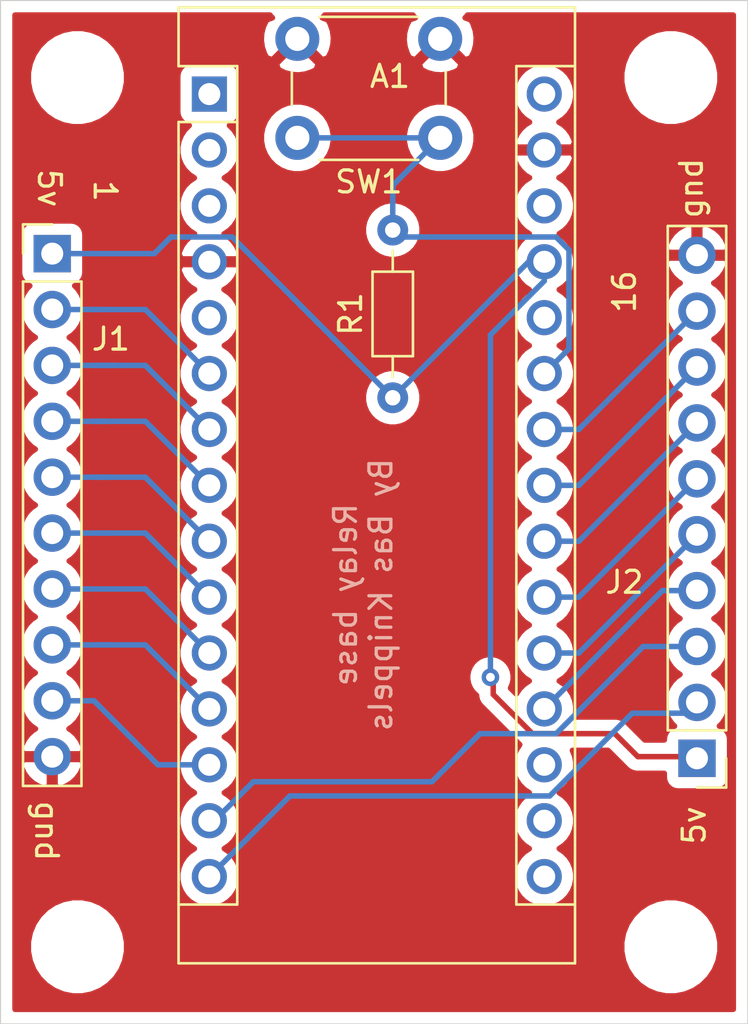
<source format=kicad_pcb>
(kicad_pcb (version 20171130) (host pcbnew "(5.1.6)-1")

  (general
    (thickness 1.6)
    (drawings 11)
    (tracks 82)
    (zones 0)
    (modules 9)
    (nets 30)
  )

  (page A4)
  (layers
    (0 F.Cu signal)
    (31 B.Cu signal)
    (32 B.Adhes user)
    (33 F.Adhes user)
    (34 B.Paste user)
    (35 F.Paste user)
    (36 B.SilkS user)
    (37 F.SilkS user)
    (38 B.Mask user)
    (39 F.Mask user)
    (40 Dwgs.User user)
    (41 Cmts.User user)
    (42 Eco1.User user)
    (43 Eco2.User user)
    (44 Edge.Cuts user)
    (45 Margin user)
    (46 B.CrtYd user)
    (47 F.CrtYd user)
    (48 B.Fab user hide)
    (49 F.Fab user hide)
  )

  (setup
    (last_trace_width 0.25)
    (trace_clearance 0.2)
    (zone_clearance 0.508)
    (zone_45_only no)
    (trace_min 0.2)
    (via_size 0.8)
    (via_drill 0.4)
    (via_min_size 0.4)
    (via_min_drill 0.3)
    (uvia_size 0.3)
    (uvia_drill 0.1)
    (uvias_allowed no)
    (uvia_min_size 0.2)
    (uvia_min_drill 0.1)
    (edge_width 0.05)
    (segment_width 0.2)
    (pcb_text_width 0.3)
    (pcb_text_size 1.5 1.5)
    (mod_edge_width 0.12)
    (mod_text_size 1 1)
    (mod_text_width 0.15)
    (pad_size 1.524 1.524)
    (pad_drill 0.762)
    (pad_to_mask_clearance 0)
    (aux_axis_origin 0 0)
    (visible_elements 7FFFFFFF)
    (pcbplotparams
      (layerselection 0x010fc_ffffffff)
      (usegerberextensions false)
      (usegerberattributes true)
      (usegerberadvancedattributes true)
      (creategerberjobfile true)
      (excludeedgelayer true)
      (linewidth 0.100000)
      (plotframeref false)
      (viasonmask false)
      (mode 1)
      (useauxorigin false)
      (hpglpennumber 1)
      (hpglpenspeed 20)
      (hpglpendiameter 15.000000)
      (psnegative false)
      (psa4output false)
      (plotreference true)
      (plotvalue true)
      (plotinvisibletext false)
      (padsonsilk false)
      (subtractmaskfromsilk false)
      (outputformat 1)
      (mirror false)
      (drillshape 0)
      (scaleselection 1)
      (outputdirectory ""))
  )

  (net 0 "")
  (net 1 "Net-(A1-Pad16)")
  (net 2 /in10)
  (net 3 "Net-(A1-Pad30)")
  (net 4 /in9)
  (net 5 GND)
  (net 6 /in8)
  (net 7 "Net-(A1-Pad28)")
  (net 8 /in7)
  (net 9 +5V)
  (net 10 /in6)
  (net 11 "Net-(A1-Pad26)")
  (net 12 /in5)
  (net 13 "Net-(A1-Pad25)")
  (net 14 /in4)
  (net 15 /in11)
  (net 16 /in3)
  (net 17 /in12)
  (net 18 /in2)
  (net 19 /in13)
  (net 20 /in1)
  (net 21 /in14)
  (net 22 "Net-(A1-Pad5)")
  (net 23 /in15)
  (net 24 /in16)
  (net 25 "Net-(A1-Pad3)")
  (net 26 "Net-(A1-Pad18)")
  (net 27 "Net-(A1-Pad2)")
  (net 28 "Net-(A1-Pad17)")
  (net 29 "Net-(A1-Pad1)")

  (net_class Default "This is the default net class."
    (clearance 0.2)
    (trace_width 0.25)
    (via_dia 0.8)
    (via_drill 0.4)
    (uvia_dia 0.3)
    (uvia_drill 0.1)
    (add_net +5V)
    (add_net /in1)
    (add_net /in10)
    (add_net /in11)
    (add_net /in12)
    (add_net /in13)
    (add_net /in14)
    (add_net /in15)
    (add_net /in16)
    (add_net /in2)
    (add_net /in3)
    (add_net /in4)
    (add_net /in5)
    (add_net /in6)
    (add_net /in7)
    (add_net /in8)
    (add_net /in9)
    (add_net GND)
    (add_net "Net-(A1-Pad1)")
    (add_net "Net-(A1-Pad16)")
    (add_net "Net-(A1-Pad17)")
    (add_net "Net-(A1-Pad18)")
    (add_net "Net-(A1-Pad2)")
    (add_net "Net-(A1-Pad25)")
    (add_net "Net-(A1-Pad26)")
    (add_net "Net-(A1-Pad28)")
    (add_net "Net-(A1-Pad3)")
    (add_net "Net-(A1-Pad30)")
    (add_net "Net-(A1-Pad5)")
  )

  (module Button_Switch_THT:SW_PUSH_6mm_H4.3mm (layer F.Cu) (tedit 5A02FE31) (tstamp 6231092A)
    (at 167.005 78.74 180)
    (descr "tactile push button, 6x6mm e.g. PHAP33xx series, height=4.3mm")
    (tags "tact sw push 6mm")
    (path /6233BABC)
    (fp_text reference SW1 (at 3.25 -2) (layer F.SilkS)
      (effects (font (size 1 1) (thickness 0.15)))
    )
    (fp_text value SW_SPST (at 3.75 6.7) (layer F.Fab)
      (effects (font (size 1 1) (thickness 0.15)))
    )
    (fp_line (start 3.25 -0.75) (end 6.25 -0.75) (layer F.Fab) (width 0.1))
    (fp_line (start 6.25 -0.75) (end 6.25 5.25) (layer F.Fab) (width 0.1))
    (fp_line (start 6.25 5.25) (end 0.25 5.25) (layer F.Fab) (width 0.1))
    (fp_line (start 0.25 5.25) (end 0.25 -0.75) (layer F.Fab) (width 0.1))
    (fp_line (start 0.25 -0.75) (end 3.25 -0.75) (layer F.Fab) (width 0.1))
    (fp_line (start 7.75 6) (end 8 6) (layer F.CrtYd) (width 0.05))
    (fp_line (start 8 6) (end 8 5.75) (layer F.CrtYd) (width 0.05))
    (fp_line (start 7.75 -1.5) (end 8 -1.5) (layer F.CrtYd) (width 0.05))
    (fp_line (start 8 -1.5) (end 8 -1.25) (layer F.CrtYd) (width 0.05))
    (fp_line (start -1.5 -1.25) (end -1.5 -1.5) (layer F.CrtYd) (width 0.05))
    (fp_line (start -1.5 -1.5) (end -1.25 -1.5) (layer F.CrtYd) (width 0.05))
    (fp_line (start -1.5 5.75) (end -1.5 6) (layer F.CrtYd) (width 0.05))
    (fp_line (start -1.5 6) (end -1.25 6) (layer F.CrtYd) (width 0.05))
    (fp_line (start -1.25 -1.5) (end 7.75 -1.5) (layer F.CrtYd) (width 0.05))
    (fp_line (start -1.5 5.75) (end -1.5 -1.25) (layer F.CrtYd) (width 0.05))
    (fp_line (start 7.75 6) (end -1.25 6) (layer F.CrtYd) (width 0.05))
    (fp_line (start 8 -1.25) (end 8 5.75) (layer F.CrtYd) (width 0.05))
    (fp_line (start 1 5.5) (end 5.5 5.5) (layer F.SilkS) (width 0.12))
    (fp_line (start -0.25 1.5) (end -0.25 3) (layer F.SilkS) (width 0.12))
    (fp_line (start 5.5 -1) (end 1 -1) (layer F.SilkS) (width 0.12))
    (fp_line (start 6.75 3) (end 6.75 1.5) (layer F.SilkS) (width 0.12))
    (fp_circle (center 3.25 2.25) (end 1.25 2.5) (layer F.Fab) (width 0.1))
    (fp_text user %R (at 3.25 2.25) (layer F.Fab)
      (effects (font (size 1 1) (thickness 0.15)))
    )
    (pad 1 thru_hole circle (at 6.5 0 270) (size 2 2) (drill 1.1) (layers *.Cu *.Mask)
      (net 13 "Net-(A1-Pad25)"))
    (pad 2 thru_hole circle (at 6.5 4.5 270) (size 2 2) (drill 1.1) (layers *.Cu *.Mask)
      (net 5 GND))
    (pad 1 thru_hole circle (at 0 0 270) (size 2 2) (drill 1.1) (layers *.Cu *.Mask)
      (net 13 "Net-(A1-Pad25)"))
    (pad 2 thru_hole circle (at 0 4.5 270) (size 2 2) (drill 1.1) (layers *.Cu *.Mask)
      (net 5 GND))
    (model ${KISYS3DMOD}/Button_Switch_THT.3dshapes/SW_PUSH_6mm_H4.3mm.wrl
      (at (xyz 0 0 0))
      (scale (xyz 1 1 1))
      (rotate (xyz 0 0 0))
    )
  )

  (module Resistor_THT:R_Axial_DIN0204_L3.6mm_D1.6mm_P7.62mm_Horizontal (layer F.Cu) (tedit 5AE5139B) (tstamp 62310650)
    (at 164.846 90.551 90)
    (descr "Resistor, Axial_DIN0204 series, Axial, Horizontal, pin pitch=7.62mm, 0.167W, length*diameter=3.6*1.6mm^2, http://cdn-reichelt.de/documents/datenblatt/B400/1_4W%23YAG.pdf")
    (tags "Resistor Axial_DIN0204 series Axial Horizontal pin pitch 7.62mm 0.167W length 3.6mm diameter 1.6mm")
    (path /62335F83)
    (fp_text reference R1 (at 3.81 -1.92 90) (layer F.SilkS)
      (effects (font (size 1 1) (thickness 0.15)))
    )
    (fp_text value R (at 3.81 1.92 90) (layer F.Fab)
      (effects (font (size 1 1) (thickness 0.15)))
    )
    (fp_line (start 2.01 -0.8) (end 2.01 0.8) (layer F.Fab) (width 0.1))
    (fp_line (start 2.01 0.8) (end 5.61 0.8) (layer F.Fab) (width 0.1))
    (fp_line (start 5.61 0.8) (end 5.61 -0.8) (layer F.Fab) (width 0.1))
    (fp_line (start 5.61 -0.8) (end 2.01 -0.8) (layer F.Fab) (width 0.1))
    (fp_line (start 0 0) (end 2.01 0) (layer F.Fab) (width 0.1))
    (fp_line (start 7.62 0) (end 5.61 0) (layer F.Fab) (width 0.1))
    (fp_line (start 1.89 -0.92) (end 1.89 0.92) (layer F.SilkS) (width 0.12))
    (fp_line (start 1.89 0.92) (end 5.73 0.92) (layer F.SilkS) (width 0.12))
    (fp_line (start 5.73 0.92) (end 5.73 -0.92) (layer F.SilkS) (width 0.12))
    (fp_line (start 5.73 -0.92) (end 1.89 -0.92) (layer F.SilkS) (width 0.12))
    (fp_line (start 0.94 0) (end 1.89 0) (layer F.SilkS) (width 0.12))
    (fp_line (start 6.68 0) (end 5.73 0) (layer F.SilkS) (width 0.12))
    (fp_line (start -0.95 -1.05) (end -0.95 1.05) (layer F.CrtYd) (width 0.05))
    (fp_line (start -0.95 1.05) (end 8.57 1.05) (layer F.CrtYd) (width 0.05))
    (fp_line (start 8.57 1.05) (end 8.57 -1.05) (layer F.CrtYd) (width 0.05))
    (fp_line (start 8.57 -1.05) (end -0.95 -1.05) (layer F.CrtYd) (width 0.05))
    (fp_text user %R (at 3.81 0 90) (layer F.Fab)
      (effects (font (size 0.72 0.72) (thickness 0.108)))
    )
    (pad 2 thru_hole oval (at 7.62 0 90) (size 1.4 1.4) (drill 0.7) (layers *.Cu *.Mask)
      (net 13 "Net-(A1-Pad25)"))
    (pad 1 thru_hole circle (at 0 0 90) (size 1.4 1.4) (drill 0.7) (layers *.Cu *.Mask)
      (net 9 +5V))
    (model ${KISYS3DMOD}/Resistor_THT.3dshapes/R_Axial_DIN0204_L3.6mm_D1.6mm_P7.62mm_Horizontal.wrl
      (at (xyz 0 0 0))
      (scale (xyz 1 1 1))
      (rotate (xyz 0 0 0))
    )
  )

  (module MountingHole:MountingHole_3.2mm_M3 (layer F.Cu) (tedit 56D1B4CB) (tstamp 6230C326)
    (at 150.5 76)
    (descr "Mounting Hole 3.2mm, no annular, M3")
    (tags "mounting hole 3.2mm no annular m3")
    (attr virtual)
    (fp_text reference REF** (at 0 -4.2) (layer F.Fab)
      (effects (font (size 1 1) (thickness 0.15)))
    )
    (fp_text value MountingHole_3.2mm_M3 (at 0 4.2) (layer F.Fab)
      (effects (font (size 1 1) (thickness 0.15)))
    )
    (fp_circle (center 0 0) (end 3.45 0) (layer F.CrtYd) (width 0.05))
    (fp_circle (center 0 0) (end 3.2 0) (layer Cmts.User) (width 0.15))
    (fp_text user %R (at 0.3 0) (layer F.Fab)
      (effects (font (size 1 1) (thickness 0.15)))
    )
    (pad 1 np_thru_hole circle (at 0 0) (size 3.2 3.2) (drill 3.2) (layers *.Cu *.Mask))
  )

  (module MountingHole:MountingHole_3.2mm_M3 (layer F.Cu) (tedit 56D1B4CB) (tstamp 6230C326)
    (at 150.5 115.5)
    (descr "Mounting Hole 3.2mm, no annular, M3")
    (tags "mounting hole 3.2mm no annular m3")
    (attr virtual)
    (fp_text reference REF** (at 0 -4.2) (layer F.Fab)
      (effects (font (size 1 1) (thickness 0.15)))
    )
    (fp_text value MountingHole_3.2mm_M3 (at 0 4.2) (layer F.Fab)
      (effects (font (size 1 1) (thickness 0.15)))
    )
    (fp_circle (center 0 0) (end 3.45 0) (layer F.CrtYd) (width 0.05))
    (fp_circle (center 0 0) (end 3.2 0) (layer Cmts.User) (width 0.15))
    (fp_text user %R (at 0.3 0) (layer F.Fab)
      (effects (font (size 1 1) (thickness 0.15)))
    )
    (pad 1 np_thru_hole circle (at 0 0) (size 3.2 3.2) (drill 3.2) (layers *.Cu *.Mask))
  )

  (module MountingHole:MountingHole_3.2mm_M3 (layer F.Cu) (tedit 56D1B4CB) (tstamp 6230C326)
    (at 177.5 115.5)
    (descr "Mounting Hole 3.2mm, no annular, M3")
    (tags "mounting hole 3.2mm no annular m3")
    (attr virtual)
    (fp_text reference REF** (at 0 -4.2) (layer F.Fab)
      (effects (font (size 1 1) (thickness 0.15)))
    )
    (fp_text value MountingHole_3.2mm_M3 (at 0 4.2) (layer F.Fab)
      (effects (font (size 1 1) (thickness 0.15)))
    )
    (fp_circle (center 0 0) (end 3.45 0) (layer F.CrtYd) (width 0.05))
    (fp_circle (center 0 0) (end 3.2 0) (layer Cmts.User) (width 0.15))
    (fp_text user %R (at 0.3 0) (layer F.Fab)
      (effects (font (size 1 1) (thickness 0.15)))
    )
    (pad 1 np_thru_hole circle (at 0 0) (size 3.2 3.2) (drill 3.2) (layers *.Cu *.Mask))
  )

  (module MountingHole:MountingHole_3.2mm_M3 (layer F.Cu) (tedit 56D1B4CB) (tstamp 6230C31C)
    (at 177.5 76)
    (descr "Mounting Hole 3.2mm, no annular, M3")
    (tags "mounting hole 3.2mm no annular m3")
    (attr virtual)
    (fp_text reference REF** (at 0 -4.2) (layer F.Fab)
      (effects (font (size 1 1) (thickness 0.15)))
    )
    (fp_text value MountingHole_3.2mm_M3 (at 0 4.2) (layer F.Fab)
      (effects (font (size 1 1) (thickness 0.15)))
    )
    (fp_circle (center 0 0) (end 3.45 0) (layer F.CrtYd) (width 0.05))
    (fp_circle (center 0 0) (end 3.2 0) (layer Cmts.User) (width 0.15))
    (fp_text user %R (at 0.3 0) (layer F.Fab)
      (effects (font (size 1 1) (thickness 0.15)))
    )
    (pad 1 np_thru_hole circle (at 0 0) (size 3.2 3.2) (drill 3.2) (layers *.Cu *.Mask))
  )

  (module Connector_PinHeader_2.54mm:PinHeader_1x10_P2.54mm_Vertical (layer F.Cu) (tedit 59FED5CC) (tstamp 6230B3A3)
    (at 178.689 106.934 180)
    (descr "Through hole straight pin header, 1x10, 2.54mm pitch, single row")
    (tags "Through hole pin header THT 1x10 2.54mm single row")
    (path /62310C72)
    (fp_text reference J2 (at 3.302 8.001) (layer F.SilkS)
      (effects (font (size 1 1) (thickness 0.15)))
    )
    (fp_text value Conn_01x10_Male (at 0 25.19) (layer F.Fab)
      (effects (font (size 1 1) (thickness 0.15)))
    )
    (fp_line (start 1.8 -1.8) (end -1.8 -1.8) (layer F.CrtYd) (width 0.05))
    (fp_line (start 1.8 24.65) (end 1.8 -1.8) (layer F.CrtYd) (width 0.05))
    (fp_line (start -1.8 24.65) (end 1.8 24.65) (layer F.CrtYd) (width 0.05))
    (fp_line (start -1.8 -1.8) (end -1.8 24.65) (layer F.CrtYd) (width 0.05))
    (fp_line (start -1.33 -1.33) (end 0 -1.33) (layer F.SilkS) (width 0.12))
    (fp_line (start -1.33 0) (end -1.33 -1.33) (layer F.SilkS) (width 0.12))
    (fp_line (start -1.33 1.27) (end 1.33 1.27) (layer F.SilkS) (width 0.12))
    (fp_line (start 1.33 1.27) (end 1.33 24.19) (layer F.SilkS) (width 0.12))
    (fp_line (start -1.33 1.27) (end -1.33 24.19) (layer F.SilkS) (width 0.12))
    (fp_line (start -1.33 24.19) (end 1.33 24.19) (layer F.SilkS) (width 0.12))
    (fp_line (start -1.27 -0.635) (end -0.635 -1.27) (layer F.Fab) (width 0.1))
    (fp_line (start -1.27 24.13) (end -1.27 -0.635) (layer F.Fab) (width 0.1))
    (fp_line (start 1.27 24.13) (end -1.27 24.13) (layer F.Fab) (width 0.1))
    (fp_line (start 1.27 -1.27) (end 1.27 24.13) (layer F.Fab) (width 0.1))
    (fp_line (start -0.635 -1.27) (end 1.27 -1.27) (layer F.Fab) (width 0.1))
    (fp_text user %R (at 0 11.43 90) (layer F.Fab)
      (effects (font (size 1 1) (thickness 0.15)))
    )
    (pad 10 thru_hole oval (at 0 22.86 180) (size 1.7 1.7) (drill 1) (layers *.Cu *.Mask)
      (net 5 GND))
    (pad 9 thru_hole oval (at 0 20.32 180) (size 1.7 1.7) (drill 1) (layers *.Cu *.Mask)
      (net 4 /in9))
    (pad 8 thru_hole oval (at 0 17.78 180) (size 1.7 1.7) (drill 1) (layers *.Cu *.Mask)
      (net 2 /in10))
    (pad 7 thru_hole oval (at 0 15.24 180) (size 1.7 1.7) (drill 1) (layers *.Cu *.Mask)
      (net 15 /in11))
    (pad 6 thru_hole oval (at 0 12.7 180) (size 1.7 1.7) (drill 1) (layers *.Cu *.Mask)
      (net 17 /in12))
    (pad 5 thru_hole oval (at 0 10.16 180) (size 1.7 1.7) (drill 1) (layers *.Cu *.Mask)
      (net 19 /in13))
    (pad 4 thru_hole oval (at 0 7.62 180) (size 1.7 1.7) (drill 1) (layers *.Cu *.Mask)
      (net 21 /in14))
    (pad 3 thru_hole oval (at 0 5.08 180) (size 1.7 1.7) (drill 1) (layers *.Cu *.Mask)
      (net 23 /in15))
    (pad 2 thru_hole oval (at 0 2.54 180) (size 1.7 1.7) (drill 1) (layers *.Cu *.Mask)
      (net 24 /in16))
    (pad 1 thru_hole rect (at 0 0 180) (size 1.7 1.7) (drill 1) (layers *.Cu *.Mask)
      (net 9 +5V))
    (model ${KISYS3DMOD}/Connector_PinHeader_2.54mm.3dshapes/PinHeader_1x10_P2.54mm_Vertical.wrl
      (at (xyz 0 0 0))
      (scale (xyz 1 1 1))
      (rotate (xyz 0 0 0))
    )
  )

  (module Connector_PinHeader_2.54mm:PinHeader_1x10_P2.54mm_Vertical (layer F.Cu) (tedit 59FED5CC) (tstamp 6230B385)
    (at 149.352 84)
    (descr "Through hole straight pin header, 1x10, 2.54mm pitch, single row")
    (tags "Through hole pin header THT 1x10 2.54mm single row")
    (path /6230664F)
    (fp_text reference J1 (at 2.667 3.884) (layer F.SilkS)
      (effects (font (size 1 1) (thickness 0.15)))
    )
    (fp_text value Conn_01x10_Male (at 0 25.19) (layer F.Fab)
      (effects (font (size 1 1) (thickness 0.15)))
    )
    (fp_line (start 1.8 -1.8) (end -1.8 -1.8) (layer F.CrtYd) (width 0.05))
    (fp_line (start 1.8 24.65) (end 1.8 -1.8) (layer F.CrtYd) (width 0.05))
    (fp_line (start -1.8 24.65) (end 1.8 24.65) (layer F.CrtYd) (width 0.05))
    (fp_line (start -1.8 -1.8) (end -1.8 24.65) (layer F.CrtYd) (width 0.05))
    (fp_line (start -1.33 -1.33) (end 0 -1.33) (layer F.SilkS) (width 0.12))
    (fp_line (start -1.33 0) (end -1.33 -1.33) (layer F.SilkS) (width 0.12))
    (fp_line (start -1.33 1.27) (end 1.33 1.27) (layer F.SilkS) (width 0.12))
    (fp_line (start 1.33 1.27) (end 1.33 24.19) (layer F.SilkS) (width 0.12))
    (fp_line (start -1.33 1.27) (end -1.33 24.19) (layer F.SilkS) (width 0.12))
    (fp_line (start -1.33 24.19) (end 1.33 24.19) (layer F.SilkS) (width 0.12))
    (fp_line (start -1.27 -0.635) (end -0.635 -1.27) (layer F.Fab) (width 0.1))
    (fp_line (start -1.27 24.13) (end -1.27 -0.635) (layer F.Fab) (width 0.1))
    (fp_line (start 1.27 24.13) (end -1.27 24.13) (layer F.Fab) (width 0.1))
    (fp_line (start 1.27 -1.27) (end 1.27 24.13) (layer F.Fab) (width 0.1))
    (fp_line (start -0.635 -1.27) (end 1.27 -1.27) (layer F.Fab) (width 0.1))
    (fp_text user %R (at -1.03 11.7 90) (layer F.Fab)
      (effects (font (size 1 1) (thickness 0.15)))
    )
    (pad 10 thru_hole oval (at 0 22.86) (size 1.7 1.7) (drill 1) (layers *.Cu *.Mask)
      (net 5 GND))
    (pad 9 thru_hole oval (at 0 20.32) (size 1.7 1.7) (drill 1) (layers *.Cu *.Mask)
      (net 20 /in1))
    (pad 8 thru_hole oval (at 0 17.78) (size 1.7 1.7) (drill 1) (layers *.Cu *.Mask)
      (net 18 /in2))
    (pad 7 thru_hole oval (at 0 15.24) (size 1.7 1.7) (drill 1) (layers *.Cu *.Mask)
      (net 16 /in3))
    (pad 6 thru_hole oval (at 0 12.7) (size 1.7 1.7) (drill 1) (layers *.Cu *.Mask)
      (net 14 /in4))
    (pad 5 thru_hole oval (at 0 10.16) (size 1.7 1.7) (drill 1) (layers *.Cu *.Mask)
      (net 12 /in5))
    (pad 4 thru_hole oval (at 0 7.62) (size 1.7 1.7) (drill 1) (layers *.Cu *.Mask)
      (net 10 /in6))
    (pad 3 thru_hole oval (at 0 5.08) (size 1.7 1.7) (drill 1) (layers *.Cu *.Mask)
      (net 8 /in7))
    (pad 2 thru_hole oval (at 0 2.54) (size 1.7 1.7) (drill 1) (layers *.Cu *.Mask)
      (net 6 /in8))
    (pad 1 thru_hole rect (at 0 0) (size 1.7 1.7) (drill 1) (layers *.Cu *.Mask)
      (net 9 +5V))
    (model ${KISYS3DMOD}/Connector_PinHeader_2.54mm.3dshapes/PinHeader_1x10_P2.54mm_Vertical.wrl
      (at (xyz 0 0 0))
      (scale (xyz 1 1 1))
      (rotate (xyz 0 0 0))
    )
  )

  (module Module:Arduino_Nano (layer F.Cu) (tedit 58ACAF70) (tstamp 62305519)
    (at 156.5 76.75)
    (descr "Arduino Nano, http://www.mouser.com/pdfdocs/Gravitech_Arduino_Nano3_0.pdf")
    (tags "Arduino Nano")
    (path /6230B0FB)
    (fp_text reference A1 (at 8.219 -0.804) (layer F.SilkS)
      (effects (font (size 1 1) (thickness 0.15)))
    )
    (fp_text value Arduino_Nano_v3.x (at 8.89 19.05 90) (layer F.Fab)
      (effects (font (size 1 1) (thickness 0.15)))
    )
    (fp_line (start 16.75 42.16) (end -1.53 42.16) (layer F.CrtYd) (width 0.05))
    (fp_line (start 16.75 42.16) (end 16.75 -4.06) (layer F.CrtYd) (width 0.05))
    (fp_line (start -1.53 -4.06) (end -1.53 42.16) (layer F.CrtYd) (width 0.05))
    (fp_line (start -1.53 -4.06) (end 16.75 -4.06) (layer F.CrtYd) (width 0.05))
    (fp_line (start 16.51 -3.81) (end 16.51 39.37) (layer F.Fab) (width 0.1))
    (fp_line (start 0 -3.81) (end 16.51 -3.81) (layer F.Fab) (width 0.1))
    (fp_line (start -1.27 -2.54) (end 0 -3.81) (layer F.Fab) (width 0.1))
    (fp_line (start -1.27 39.37) (end -1.27 -2.54) (layer F.Fab) (width 0.1))
    (fp_line (start 16.51 39.37) (end -1.27 39.37) (layer F.Fab) (width 0.1))
    (fp_line (start 16.64 -3.94) (end -1.4 -3.94) (layer F.SilkS) (width 0.12))
    (fp_line (start 16.64 39.5) (end 16.64 -3.94) (layer F.SilkS) (width 0.12))
    (fp_line (start -1.4 39.5) (end 16.64 39.5) (layer F.SilkS) (width 0.12))
    (fp_line (start 3.81 41.91) (end 3.81 31.75) (layer F.Fab) (width 0.1))
    (fp_line (start 11.43 41.91) (end 3.81 41.91) (layer F.Fab) (width 0.1))
    (fp_line (start 11.43 31.75) (end 11.43 41.91) (layer F.Fab) (width 0.1))
    (fp_line (start 3.81 31.75) (end 11.43 31.75) (layer F.Fab) (width 0.1))
    (fp_line (start 1.27 36.83) (end -1.4 36.83) (layer F.SilkS) (width 0.12))
    (fp_line (start 1.27 1.27) (end 1.27 36.83) (layer F.SilkS) (width 0.12))
    (fp_line (start 1.27 1.27) (end -1.4 1.27) (layer F.SilkS) (width 0.12))
    (fp_line (start 13.97 36.83) (end 16.64 36.83) (layer F.SilkS) (width 0.12))
    (fp_line (start 13.97 -1.27) (end 13.97 36.83) (layer F.SilkS) (width 0.12))
    (fp_line (start 13.97 -1.27) (end 16.64 -1.27) (layer F.SilkS) (width 0.12))
    (fp_line (start -1.4 -3.94) (end -1.4 -1.27) (layer F.SilkS) (width 0.12))
    (fp_line (start -1.4 1.27) (end -1.4 39.5) (layer F.SilkS) (width 0.12))
    (fp_line (start 1.27 -1.27) (end -1.4 -1.27) (layer F.SilkS) (width 0.12))
    (fp_line (start 1.27 1.27) (end 1.27 -1.27) (layer F.SilkS) (width 0.12))
    (fp_text user %R (at 6.35 19.05 90) (layer F.Fab)
      (effects (font (size 1 1) (thickness 0.15)))
    )
    (pad 16 thru_hole oval (at 15.24 35.56) (size 1.6 1.6) (drill 1) (layers *.Cu *.Mask)
      (net 1 "Net-(A1-Pad16)"))
    (pad 15 thru_hole oval (at 0 35.56) (size 1.6 1.6) (drill 1) (layers *.Cu *.Mask)
      (net 24 /in16))
    (pad 30 thru_hole oval (at 15.24 0) (size 1.6 1.6) (drill 1) (layers *.Cu *.Mask)
      (net 3 "Net-(A1-Pad30)"))
    (pad 14 thru_hole oval (at 0 33.02) (size 1.6 1.6) (drill 1) (layers *.Cu *.Mask)
      (net 23 /in15))
    (pad 29 thru_hole oval (at 15.24 2.54) (size 1.6 1.6) (drill 1) (layers *.Cu *.Mask)
      (net 5 GND))
    (pad 13 thru_hole oval (at 0 30.48) (size 1.6 1.6) (drill 1) (layers *.Cu *.Mask)
      (net 20 /in1))
    (pad 28 thru_hole oval (at 15.24 5.08) (size 1.6 1.6) (drill 1) (layers *.Cu *.Mask)
      (net 7 "Net-(A1-Pad28)"))
    (pad 12 thru_hole oval (at 0 27.94) (size 1.6 1.6) (drill 1) (layers *.Cu *.Mask)
      (net 18 /in2))
    (pad 27 thru_hole oval (at 15.24 7.62) (size 1.6 1.6) (drill 1) (layers *.Cu *.Mask)
      (net 9 +5V))
    (pad 11 thru_hole oval (at 0 25.4) (size 1.6 1.6) (drill 1) (layers *.Cu *.Mask)
      (net 16 /in3))
    (pad 26 thru_hole oval (at 15.24 10.16) (size 1.6 1.6) (drill 1) (layers *.Cu *.Mask)
      (net 11 "Net-(A1-Pad26)"))
    (pad 10 thru_hole oval (at 0 22.86) (size 1.6 1.6) (drill 1) (layers *.Cu *.Mask)
      (net 14 /in4))
    (pad 25 thru_hole oval (at 15.24 12.7) (size 1.6 1.6) (drill 1) (layers *.Cu *.Mask)
      (net 13 "Net-(A1-Pad25)"))
    (pad 9 thru_hole oval (at 0 20.32) (size 1.6 1.6) (drill 1) (layers *.Cu *.Mask)
      (net 12 /in5))
    (pad 24 thru_hole oval (at 15.24 15.24) (size 1.6 1.6) (drill 1) (layers *.Cu *.Mask)
      (net 4 /in9))
    (pad 8 thru_hole oval (at 0 17.78) (size 1.6 1.6) (drill 1) (layers *.Cu *.Mask)
      (net 10 /in6))
    (pad 23 thru_hole oval (at 15.24 17.78) (size 1.6 1.6) (drill 1) (layers *.Cu *.Mask)
      (net 2 /in10))
    (pad 7 thru_hole oval (at 0 15.24) (size 1.6 1.6) (drill 1) (layers *.Cu *.Mask)
      (net 8 /in7))
    (pad 22 thru_hole oval (at 15.24 20.32) (size 1.6 1.6) (drill 1) (layers *.Cu *.Mask)
      (net 15 /in11))
    (pad 6 thru_hole oval (at 0 12.7) (size 1.6 1.6) (drill 1) (layers *.Cu *.Mask)
      (net 6 /in8))
    (pad 21 thru_hole oval (at 15.24 22.86) (size 1.6 1.6) (drill 1) (layers *.Cu *.Mask)
      (net 17 /in12))
    (pad 5 thru_hole oval (at 0 10.16) (size 1.6 1.6) (drill 1) (layers *.Cu *.Mask)
      (net 22 "Net-(A1-Pad5)"))
    (pad 20 thru_hole oval (at 15.24 25.4) (size 1.6 1.6) (drill 1) (layers *.Cu *.Mask)
      (net 19 /in13))
    (pad 4 thru_hole oval (at 0 7.62) (size 1.6 1.6) (drill 1) (layers *.Cu *.Mask)
      (net 5 GND))
    (pad 19 thru_hole oval (at 15.24 27.94) (size 1.6 1.6) (drill 1) (layers *.Cu *.Mask)
      (net 21 /in14))
    (pad 3 thru_hole oval (at 0 5.08) (size 1.6 1.6) (drill 1) (layers *.Cu *.Mask)
      (net 25 "Net-(A1-Pad3)"))
    (pad 18 thru_hole oval (at 15.24 30.48) (size 1.6 1.6) (drill 1) (layers *.Cu *.Mask)
      (net 26 "Net-(A1-Pad18)"))
    (pad 2 thru_hole oval (at 0 2.54) (size 1.6 1.6) (drill 1) (layers *.Cu *.Mask)
      (net 27 "Net-(A1-Pad2)"))
    (pad 17 thru_hole oval (at 15.24 33.02) (size 1.6 1.6) (drill 1) (layers *.Cu *.Mask)
      (net 28 "Net-(A1-Pad17)"))
    (pad 1 thru_hole rect (at 0 0) (size 1.6 1.6) (drill 1) (layers *.Cu *.Mask)
      (net 29 "Net-(A1-Pad1)"))
    (model ${KISYS3DMOD}/Module.3dshapes/Arduino_Nano_WithMountingHoles.wrl
      (at (xyz 0 0 0))
      (scale (xyz 1 1 1))
      (rotate (xyz 0 0 0))
    )
  )

  (gr_text 16 (at 175.387 85.725 90) (layer F.SilkS)
    (effects (font (size 1 1) (thickness 0.15)))
  )
  (gr_text 1 (at 151.765 81.153 270) (layer F.SilkS)
    (effects (font (size 1 1) (thickness 0.15)))
  )
  (gr_text 5v (at 149.225 81.026 270) (layer F.SilkS) (tstamp 623103AC)
    (effects (font (size 1 1) (thickness 0.15)))
  )
  (gr_text 5v (at 178.562 109.982 90) (layer F.SilkS) (tstamp 623103A0)
    (effects (font (size 1 1) (thickness 0.15)))
  )
  (gr_text gnd (at 149.098 110.236 270) (layer F.SilkS) (tstamp 623103A0)
    (effects (font (size 1 1) (thickness 0.15)))
  )
  (gr_text gnd (at 178.435 81.026 90) (layer F.SilkS)
    (effects (font (size 1 1) (thickness 0.15)))
  )
  (gr_text "Relay base\nBy Bas Knippels" (at 163.5 99.5 90) (layer B.SilkS)
    (effects (font (size 1 1) (thickness 0.15)) (justify mirror))
  )
  (gr_line (start 147 72.5) (end 147 119) (layer Edge.Cuts) (width 0.05) (tstamp 6230FF36))
  (gr_line (start 181 72.5) (end 147 72.5) (layer Edge.Cuts) (width 0.05))
  (gr_line (start 181 119) (end 181 72.5) (layer Edge.Cuts) (width 0.05))
  (gr_line (start 147 119) (end 181 119) (layer Edge.Cuts) (width 0.05))

  (segment (start 173.313 94.53) (end 178.689 89.154) (width 0.25) (layer B.Cu) (net 2))
  (segment (start 171.74 94.53) (end 173.313 94.53) (width 0.25) (layer B.Cu) (net 2))
  (segment (start 173.313 91.99) (end 178.689 86.614) (width 0.25) (layer B.Cu) (net 4))
  (segment (start 171.74 91.99) (end 173.313 91.99) (width 0.25) (layer B.Cu) (net 4))
  (segment (start 153.59 86.54) (end 156.5 89.45) (width 0.25) (layer B.Cu) (net 6))
  (segment (start 149.352 86.54) (end 151.458 86.54) (width 0.25) (layer B.Cu) (net 6))
  (segment (start 151.458 86.54) (end 153.59 86.54) (width 0.25) (layer B.Cu) (net 6))
  (segment (start 151.25 86.54) (end 151.458 86.54) (width 0.25) (layer B.Cu) (net 6))
  (segment (start 156.5 91.99) (end 153.59 89.08) (width 0.25) (layer B.Cu) (net 8))
  (segment (start 149.352 89.08) (end 152.199 89.08) (width 0.25) (layer B.Cu) (net 8))
  (segment (start 152.199 89.08) (end 151.25 89.08) (width 0.25) (layer B.Cu) (net 8))
  (segment (start 153.59 89.08) (end 152.199 89.08) (width 0.25) (layer B.Cu) (net 8))
  (segment (start 171.199999 105.815001) (end 169.418 104.033002) (width 0.25) (layer F.Cu) (net 9))
  (segment (start 174.955001 105.815001) (end 171.199999 105.815001) (width 0.25) (layer F.Cu) (net 9))
  (segment (start 176 106.86) (end 174.955001 105.815001) (width 0.25) (layer F.Cu) (net 9))
  (via (at 169.291 103.251) (size 0.8) (drill 0.4) (layers F.Cu B.Cu) (net 9))
  (segment (start 169.418 103.378) (end 169.291 103.251) (width 0.25) (layer F.Cu) (net 9))
  (segment (start 169.418 104.033002) (end 169.418 103.378) (width 0.25) (layer F.Cu) (net 9))
  (segment (start 169.291 87.693998) (end 171.74 85.244998) (width 0.25) (layer B.Cu) (net 9))
  (segment (start 171.74 85.244998) (end 171.74 84.37) (width 0.25) (layer B.Cu) (net 9))
  (segment (start 169.291 103.251) (end 169.291 87.693998) (width 0.25) (layer B.Cu) (net 9))
  (segment (start 178.615 106.86) (end 178.689 106.934) (width 0.25) (layer F.Cu) (net 9))
  (segment (start 176 106.86) (end 178.615 106.86) (width 0.25) (layer F.Cu) (net 9))
  (segment (start 171.027 84.37) (end 171.74 84.37) (width 0.25) (layer B.Cu) (net 9))
  (segment (start 164.846 90.551) (end 171.027 84.37) (width 0.25) (layer B.Cu) (net 9))
  (segment (start 151.25 84) (end 149.352 84) (width 0.25) (layer B.Cu) (net 9))
  (segment (start 153.998 84) (end 151.25 84) (width 0.25) (layer B.Cu) (net 9))
  (segment (start 154.753001 83.244999) (end 153.998 84) (width 0.25) (layer B.Cu) (net 9))
  (segment (start 157.539999 83.244999) (end 154.753001 83.244999) (width 0.25) (layer B.Cu) (net 9))
  (segment (start 164.846 90.551) (end 157.539999 83.244999) (width 0.25) (layer B.Cu) (net 9))
  (segment (start 153.59 91.62) (end 156.5 94.53) (width 0.25) (layer B.Cu) (net 10))
  (segment (start 149.352 91.62) (end 151.818 91.62) (width 0.25) (layer B.Cu) (net 10))
  (segment (start 151.818 91.62) (end 153.59 91.62) (width 0.25) (layer B.Cu) (net 10))
  (segment (start 151.25 91.62) (end 151.818 91.62) (width 0.25) (layer B.Cu) (net 10))
  (segment (start 156.5 97.07) (end 153.59 94.16) (width 0.25) (layer B.Cu) (net 12))
  (segment (start 151.945 94.16) (end 149.352 94.16) (width 0.25) (layer B.Cu) (net 12))
  (segment (start 153.59 94.16) (end 151.945 94.16) (width 0.25) (layer B.Cu) (net 12))
  (segment (start 151.945 94.16) (end 151.25 94.16) (width 0.25) (layer B.Cu) (net 12))
  (segment (start 164.846 80.899) (end 167.005 78.74) (width 0.25) (layer B.Cu) (net 13))
  (segment (start 164.846 82.931) (end 164.846 80.899) (width 0.25) (layer B.Cu) (net 13))
  (segment (start 167.005 78.74) (end 160.505 78.74) (width 0.25) (layer B.Cu) (net 13))
  (segment (start 172.865001 88.324999) (end 171.74 89.45) (width 0.25) (layer B.Cu) (net 13))
  (segment (start 172.865001 83.829999) (end 172.865001 88.324999) (width 0.25) (layer B.Cu) (net 13))
  (segment (start 172.280001 83.244999) (end 172.865001 83.829999) (width 0.25) (layer B.Cu) (net 13))
  (segment (start 165.159999 83.244999) (end 172.280001 83.244999) (width 0.25) (layer B.Cu) (net 13))
  (segment (start 164.846 82.931) (end 165.159999 83.244999) (width 0.25) (layer B.Cu) (net 13))
  (segment (start 153.59 96.7) (end 156.5 99.61) (width 0.25) (layer B.Cu) (net 14))
  (segment (start 149.352 96.7) (end 151.966 96.7) (width 0.25) (layer B.Cu) (net 14))
  (segment (start 151.966 96.7) (end 153.59 96.7) (width 0.25) (layer B.Cu) (net 14))
  (segment (start 151.25 96.7) (end 151.966 96.7) (width 0.25) (layer B.Cu) (net 14))
  (segment (start 173.313 97.07) (end 178.689 91.694) (width 0.25) (layer B.Cu) (net 15))
  (segment (start 171.74 97.07) (end 173.313 97.07) (width 0.25) (layer B.Cu) (net 15))
  (segment (start 156.5 102.15) (end 153.59 99.24) (width 0.25) (layer B.Cu) (net 16))
  (segment (start 149.352 99.24) (end 152.453 99.24) (width 0.25) (layer B.Cu) (net 16))
  (segment (start 152.453 99.24) (end 151.25 99.24) (width 0.25) (layer B.Cu) (net 16))
  (segment (start 153.59 99.24) (end 152.453 99.24) (width 0.25) (layer B.Cu) (net 16))
  (segment (start 173.313 99.61) (end 178.689 94.234) (width 0.25) (layer B.Cu) (net 17))
  (segment (start 171.74 99.61) (end 173.313 99.61) (width 0.25) (layer B.Cu) (net 17))
  (segment (start 153.59 101.78) (end 156.5 104.69) (width 0.25) (layer B.Cu) (net 18))
  (segment (start 149.352 101.78) (end 151.966 101.78) (width 0.25) (layer B.Cu) (net 18))
  (segment (start 151.966 101.78) (end 153.59 101.78) (width 0.25) (layer B.Cu) (net 18))
  (segment (start 151.25 101.78) (end 151.966 101.78) (width 0.25) (layer B.Cu) (net 18))
  (segment (start 173.313 102.15) (end 178.689 96.774) (width 0.25) (layer B.Cu) (net 19))
  (segment (start 171.74 102.15) (end 173.313 102.15) (width 0.25) (layer B.Cu) (net 19))
  (segment (start 154.16 107.23) (end 156.5 107.23) (width 0.25) (layer B.Cu) (net 20))
  (segment (start 151.25 104.32) (end 154.16 107.23) (width 0.25) (layer B.Cu) (net 20))
  (segment (start 149.352 104.32) (end 151.25 104.32) (width 0.25) (layer B.Cu) (net 20))
  (segment (start 177.116 99.314) (end 178.689 99.314) (width 0.25) (layer B.Cu) (net 21))
  (segment (start 171.74 104.69) (end 177.116 99.314) (width 0.25) (layer B.Cu) (net 21))
  (segment (start 156.73 109.77) (end 156.5 109.77) (width 0.25) (layer B.Cu) (net 23))
  (segment (start 158.5 108) (end 156.73 109.77) (width 0.25) (layer B.Cu) (net 23))
  (segment (start 166.630002 108) (end 158.5 108) (width 0.25) (layer B.Cu) (net 23))
  (segment (start 174.824999 103.270003) (end 172.280001 105.815001) (width 0.25) (layer B.Cu) (net 23))
  (segment (start 168.815001 105.815001) (end 166.630002 108) (width 0.25) (layer B.Cu) (net 23))
  (segment (start 172.280001 105.815001) (end 168.815001 105.815001) (width 0.25) (layer B.Cu) (net 23))
  (segment (start 176.241002 101.854) (end 174.824999 103.270003) (width 0.25) (layer B.Cu) (net 23))
  (segment (start 178.689 101.854) (end 176.241002 101.854) (width 0.25) (layer B.Cu) (net 23))
  (segment (start 160.165001 108.644999) (end 156.5 112.31) (width 0.25) (layer B.Cu) (net 24))
  (segment (start 171.990003 108.644999) (end 160.165001 108.644999) (width 0.25) (layer B.Cu) (net 24))
  (segment (start 178.198499 104.884501) (end 178.689 104.394) (width 0.25) (layer B.Cu) (net 24))
  (segment (start 175.750501 104.884501) (end 178.198499 104.884501) (width 0.25) (layer B.Cu) (net 24))
  (segment (start 175.750501 104.884501) (end 171.990003 108.644999) (width 0.25) (layer B.Cu) (net 24))

  (zone (net 5) (net_name GND) (layer F.Cu) (tstamp 0) (hatch edge 0.508)
    (connect_pads (clearance 0.508))
    (min_thickness 0.254)
    (fill yes (arc_segments 32) (thermal_gap 0.508) (thermal_bridge_width 0.508))
    (polygon
      (pts
        (xy 180.5 118.5) (xy 147.5 118.5) (xy 147.5 73) (xy 180.5 73)
      )
    )
    (filled_polygon
      (pts
        (xy 159.253917 73.168525) (xy 159.369585 73.284193) (xy 159.105186 73.379956) (xy 158.964296 73.669571) (xy 158.882616 73.981108)
        (xy 158.863282 74.302595) (xy 158.907039 74.621675) (xy 159.012205 74.926088) (xy 159.105186 75.100044) (xy 159.369587 75.195808)
        (xy 160.325395 74.24) (xy 160.311253 74.225858) (xy 160.490858 74.046253) (xy 160.505 74.060395) (xy 160.519143 74.046253)
        (xy 160.698748 74.225858) (xy 160.684605 74.24) (xy 161.640413 75.195808) (xy 161.904814 75.100044) (xy 162.045704 74.810429)
        (xy 162.127384 74.498892) (xy 162.146718 74.177405) (xy 162.102961 73.858325) (xy 161.997795 73.553912) (xy 161.904814 73.379956)
        (xy 161.640415 73.284193) (xy 161.756083 73.168525) (xy 161.747558 73.16) (xy 165.762442 73.16) (xy 165.753917 73.168525)
        (xy 165.869585 73.284193) (xy 165.605186 73.379956) (xy 165.464296 73.669571) (xy 165.382616 73.981108) (xy 165.363282 74.302595)
        (xy 165.407039 74.621675) (xy 165.512205 74.926088) (xy 165.605186 75.100044) (xy 165.869587 75.195808) (xy 166.825395 74.24)
        (xy 166.811253 74.225858) (xy 166.990858 74.046253) (xy 167.005 74.060395) (xy 167.019143 74.046253) (xy 167.198748 74.225858)
        (xy 167.184605 74.24) (xy 168.140413 75.195808) (xy 168.404814 75.100044) (xy 168.545704 74.810429) (xy 168.627384 74.498892)
        (xy 168.646718 74.177405) (xy 168.602961 73.858325) (xy 168.497795 73.553912) (xy 168.404814 73.379956) (xy 168.140415 73.284193)
        (xy 168.256083 73.168525) (xy 168.247558 73.16) (xy 180.340001 73.16) (xy 180.34 118.34) (xy 147.66 118.34)
        (xy 147.66 115.279872) (xy 148.265 115.279872) (xy 148.265 115.720128) (xy 148.35089 116.151925) (xy 148.519369 116.558669)
        (xy 148.763962 116.924729) (xy 149.075271 117.236038) (xy 149.441331 117.480631) (xy 149.848075 117.64911) (xy 150.279872 117.735)
        (xy 150.720128 117.735) (xy 151.151925 117.64911) (xy 151.558669 117.480631) (xy 151.924729 117.236038) (xy 152.236038 116.924729)
        (xy 152.480631 116.558669) (xy 152.64911 116.151925) (xy 152.735 115.720128) (xy 152.735 115.279872) (xy 175.265 115.279872)
        (xy 175.265 115.720128) (xy 175.35089 116.151925) (xy 175.519369 116.558669) (xy 175.763962 116.924729) (xy 176.075271 117.236038)
        (xy 176.441331 117.480631) (xy 176.848075 117.64911) (xy 177.279872 117.735) (xy 177.720128 117.735) (xy 178.151925 117.64911)
        (xy 178.558669 117.480631) (xy 178.924729 117.236038) (xy 179.236038 116.924729) (xy 179.480631 116.558669) (xy 179.64911 116.151925)
        (xy 179.735 115.720128) (xy 179.735 115.279872) (xy 179.64911 114.848075) (xy 179.480631 114.441331) (xy 179.236038 114.075271)
        (xy 178.924729 113.763962) (xy 178.558669 113.519369) (xy 178.151925 113.35089) (xy 177.720128 113.265) (xy 177.279872 113.265)
        (xy 176.848075 113.35089) (xy 176.441331 113.519369) (xy 176.075271 113.763962) (xy 175.763962 114.075271) (xy 175.519369 114.441331)
        (xy 175.35089 114.848075) (xy 175.265 115.279872) (xy 152.735 115.279872) (xy 152.64911 114.848075) (xy 152.480631 114.441331)
        (xy 152.236038 114.075271) (xy 151.924729 113.763962) (xy 151.558669 113.519369) (xy 151.151925 113.35089) (xy 150.720128 113.265)
        (xy 150.279872 113.265) (xy 149.848075 113.35089) (xy 149.441331 113.519369) (xy 149.075271 113.763962) (xy 148.763962 114.075271)
        (xy 148.519369 114.441331) (xy 148.35089 114.848075) (xy 148.265 115.279872) (xy 147.66 115.279872) (xy 147.66 107.21689)
        (xy 147.910524 107.21689) (xy 147.955175 107.364099) (xy 148.080359 107.62692) (xy 148.254412 107.860269) (xy 148.470645 108.055178)
        (xy 148.720748 108.204157) (xy 148.995109 108.301481) (xy 149.225 108.180814) (xy 149.225 106.987) (xy 149.479 106.987)
        (xy 149.479 108.180814) (xy 149.708891 108.301481) (xy 149.983252 108.204157) (xy 150.233355 108.055178) (xy 150.449588 107.860269)
        (xy 150.623641 107.62692) (xy 150.748825 107.364099) (xy 150.793476 107.21689) (xy 150.672155 106.987) (xy 149.479 106.987)
        (xy 149.225 106.987) (xy 148.031845 106.987) (xy 147.910524 107.21689) (xy 147.66 107.21689) (xy 147.66 83.15)
        (xy 147.863928 83.15) (xy 147.863928 84.85) (xy 147.876188 84.974482) (xy 147.912498 85.09418) (xy 147.971463 85.204494)
        (xy 148.050815 85.301185) (xy 148.147506 85.380537) (xy 148.25782 85.439502) (xy 148.33038 85.461513) (xy 148.198525 85.593368)
        (xy 148.03601 85.836589) (xy 147.924068 86.106842) (xy 147.867 86.39374) (xy 147.867 86.68626) (xy 147.924068 86.973158)
        (xy 148.03601 87.243411) (xy 148.198525 87.486632) (xy 148.405368 87.693475) (xy 148.57976 87.81) (xy 148.405368 87.926525)
        (xy 148.198525 88.133368) (xy 148.03601 88.376589) (xy 147.924068 88.646842) (xy 147.867 88.93374) (xy 147.867 89.22626)
        (xy 147.924068 89.513158) (xy 148.03601 89.783411) (xy 148.198525 90.026632) (xy 148.405368 90.233475) (xy 148.57976 90.35)
        (xy 148.405368 90.466525) (xy 148.198525 90.673368) (xy 148.03601 90.916589) (xy 147.924068 91.186842) (xy 147.867 91.47374)
        (xy 147.867 91.76626) (xy 147.924068 92.053158) (xy 148.03601 92.323411) (xy 148.198525 92.566632) (xy 148.405368 92.773475)
        (xy 148.57976 92.89) (xy 148.405368 93.006525) (xy 148.198525 93.213368) (xy 148.03601 93.456589) (xy 147.924068 93.726842)
        (xy 147.867 94.01374) (xy 147.867 94.30626) (xy 147.924068 94.593158) (xy 148.03601 94.863411) (xy 148.198525 95.106632)
        (xy 148.405368 95.313475) (xy 148.57976 95.43) (xy 148.405368 95.546525) (xy 148.198525 95.753368) (xy 148.03601 95.996589)
        (xy 147.924068 96.266842) (xy 147.867 96.55374) (xy 147.867 96.84626) (xy 147.924068 97.133158) (xy 148.03601 97.403411)
        (xy 148.198525 97.646632) (xy 148.405368 97.853475) (xy 148.57976 97.97) (xy 148.405368 98.086525) (xy 148.198525 98.293368)
        (xy 148.03601 98.536589) (xy 147.924068 98.806842) (xy 147.867 99.09374) (xy 147.867 99.38626) (xy 147.924068 99.673158)
        (xy 148.03601 99.943411) (xy 148.198525 100.186632) (xy 148.405368 100.393475) (xy 148.57976 100.51) (xy 148.405368 100.626525)
        (xy 148.198525 100.833368) (xy 148.03601 101.076589) (xy 147.924068 101.346842) (xy 147.867 101.63374) (xy 147.867 101.92626)
        (xy 147.924068 102.213158) (xy 148.03601 102.483411) (xy 148.198525 102.726632) (xy 148.405368 102.933475) (xy 148.57976 103.05)
        (xy 148.405368 103.166525) (xy 148.198525 103.373368) (xy 148.03601 103.616589) (xy 147.924068 103.886842) (xy 147.867 104.17374)
        (xy 147.867 104.46626) (xy 147.924068 104.753158) (xy 148.03601 105.023411) (xy 148.198525 105.266632) (xy 148.405368 105.473475)
        (xy 148.587534 105.595195) (xy 148.470645 105.664822) (xy 148.254412 105.859731) (xy 148.080359 106.09308) (xy 147.955175 106.355901)
        (xy 147.910524 106.50311) (xy 148.031845 106.733) (xy 149.225 106.733) (xy 149.225 106.713) (xy 149.479 106.713)
        (xy 149.479 106.733) (xy 150.672155 106.733) (xy 150.793476 106.50311) (xy 150.748825 106.355901) (xy 150.623641 106.09308)
        (xy 150.449588 105.859731) (xy 150.233355 105.664822) (xy 150.116466 105.595195) (xy 150.298632 105.473475) (xy 150.505475 105.266632)
        (xy 150.66799 105.023411) (xy 150.779932 104.753158) (xy 150.837 104.46626) (xy 150.837 104.17374) (xy 150.779932 103.886842)
        (xy 150.66799 103.616589) (xy 150.505475 103.373368) (xy 150.298632 103.166525) (xy 150.12424 103.05) (xy 150.298632 102.933475)
        (xy 150.505475 102.726632) (xy 150.66799 102.483411) (xy 150.779932 102.213158) (xy 150.837 101.92626) (xy 150.837 101.63374)
        (xy 150.779932 101.346842) (xy 150.66799 101.076589) (xy 150.505475 100.833368) (xy 150.298632 100.626525) (xy 150.12424 100.51)
        (xy 150.298632 100.393475) (xy 150.505475 100.186632) (xy 150.66799 99.943411) (xy 150.779932 99.673158) (xy 150.837 99.38626)
        (xy 150.837 99.09374) (xy 150.779932 98.806842) (xy 150.66799 98.536589) (xy 150.505475 98.293368) (xy 150.298632 98.086525)
        (xy 150.12424 97.97) (xy 150.298632 97.853475) (xy 150.505475 97.646632) (xy 150.66799 97.403411) (xy 150.779932 97.133158)
        (xy 150.837 96.84626) (xy 150.837 96.55374) (xy 150.779932 96.266842) (xy 150.66799 95.996589) (xy 150.505475 95.753368)
        (xy 150.298632 95.546525) (xy 150.12424 95.43) (xy 150.298632 95.313475) (xy 150.505475 95.106632) (xy 150.66799 94.863411)
        (xy 150.779932 94.593158) (xy 150.837 94.30626) (xy 150.837 94.01374) (xy 150.779932 93.726842) (xy 150.66799 93.456589)
        (xy 150.505475 93.213368) (xy 150.298632 93.006525) (xy 150.12424 92.89) (xy 150.298632 92.773475) (xy 150.505475 92.566632)
        (xy 150.66799 92.323411) (xy 150.779932 92.053158) (xy 150.837 91.76626) (xy 150.837 91.47374) (xy 150.779932 91.186842)
        (xy 150.66799 90.916589) (xy 150.505475 90.673368) (xy 150.298632 90.466525) (xy 150.12424 90.35) (xy 150.298632 90.233475)
        (xy 150.505475 90.026632) (xy 150.66799 89.783411) (xy 150.779932 89.513158) (xy 150.837 89.22626) (xy 150.837 88.93374)
        (xy 150.779932 88.646842) (xy 150.66799 88.376589) (xy 150.505475 88.133368) (xy 150.298632 87.926525) (xy 150.12424 87.81)
        (xy 150.298632 87.693475) (xy 150.505475 87.486632) (xy 150.66799 87.243411) (xy 150.779932 86.973158) (xy 150.820608 86.768665)
        (xy 155.065 86.768665) (xy 155.065 87.051335) (xy 155.120147 87.328574) (xy 155.22832 87.589727) (xy 155.385363 87.824759)
        (xy 155.585241 88.024637) (xy 155.817759 88.18) (xy 155.585241 88.335363) (xy 155.385363 88.535241) (xy 155.22832 88.770273)
        (xy 155.120147 89.031426) (xy 155.065 89.308665) (xy 155.065 89.591335) (xy 155.120147 89.868574) (xy 155.22832 90.129727)
        (xy 155.385363 90.364759) (xy 155.585241 90.564637) (xy 155.817759 90.72) (xy 155.585241 90.875363) (xy 155.385363 91.075241)
        (xy 155.22832 91.310273) (xy 155.120147 91.571426) (xy 155.065 91.848665) (xy 155.065 92.131335) (xy 155.120147 92.408574)
        (xy 155.22832 92.669727) (xy 155.385363 92.904759) (xy 155.585241 93.104637) (xy 155.817759 93.26) (xy 155.585241 93.415363)
        (xy 155.385363 93.615241) (xy 155.22832 93.850273) (xy 155.120147 94.111426) (xy 155.065 94.388665) (xy 155.065 94.671335)
        (xy 155.120147 94.948574) (xy 155.22832 95.209727) (xy 155.385363 95.444759) (xy 155.585241 95.644637) (xy 155.817759 95.8)
        (xy 155.585241 95.955363) (xy 155.385363 96.155241) (xy 155.22832 96.390273) (xy 155.120147 96.651426) (xy 155.065 96.928665)
        (xy 155.065 97.211335) (xy 155.120147 97.488574) (xy 155.22832 97.749727) (xy 155.385363 97.984759) (xy 155.585241 98.184637)
        (xy 155.817759 98.34) (xy 155.585241 98.495363) (xy 155.385363 98.695241) (xy 155.22832 98.930273) (xy 155.120147 99.191426)
        (xy 155.065 99.468665) (xy 155.065 99.751335) (xy 155.120147 100.028574) (xy 155.22832 100.289727) (xy 155.385363 100.524759)
        (xy 155.585241 100.724637) (xy 155.817759 100.88) (xy 155.585241 101.035363) (xy 155.385363 101.235241) (xy 155.22832 101.470273)
        (xy 155.120147 101.731426) (xy 155.065 102.008665) (xy 155.065 102.291335) (xy 155.120147 102.568574) (xy 155.22832 102.829727)
        (xy 155.385363 103.064759) (xy 155.585241 103.264637) (xy 155.817759 103.42) (xy 155.585241 103.575363) (xy 155.385363 103.775241)
        (xy 155.22832 104.010273) (xy 155.120147 104.271426) (xy 155.065 104.548665) (xy 155.065 104.831335) (xy 155.120147 105.108574)
        (xy 155.22832 105.369727) (xy 155.385363 105.604759) (xy 155.585241 105.804637) (xy 155.817759 105.96) (xy 155.585241 106.115363)
        (xy 155.385363 106.315241) (xy 155.22832 106.550273) (xy 155.120147 106.811426) (xy 155.065 107.088665) (xy 155.065 107.371335)
        (xy 155.120147 107.648574) (xy 155.22832 107.909727) (xy 155.385363 108.144759) (xy 155.585241 108.344637) (xy 155.817759 108.5)
        (xy 155.585241 108.655363) (xy 155.385363 108.855241) (xy 155.22832 109.090273) (xy 155.120147 109.351426) (xy 155.065 109.628665)
        (xy 155.065 109.911335) (xy 155.120147 110.188574) (xy 155.22832 110.449727) (xy 155.385363 110.684759) (xy 155.585241 110.884637)
        (xy 155.817759 111.04) (xy 155.585241 111.195363) (xy 155.385363 111.395241) (xy 155.22832 111.630273) (xy 155.120147 111.891426)
        (xy 155.065 112.168665) (xy 155.065 112.451335) (xy 155.120147 112.728574) (xy 155.22832 112.989727) (xy 155.385363 113.224759)
        (xy 155.585241 113.424637) (xy 155.820273 113.58168) (xy 156.081426 113.689853) (xy 156.358665 113.745) (xy 156.641335 113.745)
        (xy 156.918574 113.689853) (xy 157.179727 113.58168) (xy 157.414759 113.424637) (xy 157.614637 113.224759) (xy 157.77168 112.989727)
        (xy 157.879853 112.728574) (xy 157.935 112.451335) (xy 157.935 112.168665) (xy 157.879853 111.891426) (xy 157.77168 111.630273)
        (xy 157.614637 111.395241) (xy 157.414759 111.195363) (xy 157.182241 111.04) (xy 157.414759 110.884637) (xy 157.614637 110.684759)
        (xy 157.77168 110.449727) (xy 157.879853 110.188574) (xy 157.935 109.911335) (xy 157.935 109.628665) (xy 157.879853 109.351426)
        (xy 157.77168 109.090273) (xy 157.614637 108.855241) (xy 157.414759 108.655363) (xy 157.182241 108.5) (xy 157.414759 108.344637)
        (xy 157.614637 108.144759) (xy 157.77168 107.909727) (xy 157.879853 107.648574) (xy 157.935 107.371335) (xy 157.935 107.088665)
        (xy 157.879853 106.811426) (xy 157.77168 106.550273) (xy 157.614637 106.315241) (xy 157.414759 106.115363) (xy 157.182241 105.96)
        (xy 157.414759 105.804637) (xy 157.614637 105.604759) (xy 157.77168 105.369727) (xy 157.879853 105.108574) (xy 157.935 104.831335)
        (xy 157.935 104.548665) (xy 157.879853 104.271426) (xy 157.77168 104.010273) (xy 157.614637 103.775241) (xy 157.414759 103.575363)
        (xy 157.182241 103.42) (xy 157.414759 103.264637) (xy 157.530335 103.149061) (xy 168.256 103.149061) (xy 168.256 103.352939)
        (xy 168.295774 103.552898) (xy 168.373795 103.741256) (xy 168.487063 103.910774) (xy 168.631226 104.054937) (xy 168.658263 104.073002)
        (xy 168.668997 104.181987) (xy 168.712454 104.325248) (xy 168.783026 104.457278) (xy 168.822871 104.505828) (xy 168.877999 104.573003)
        (xy 168.907003 104.596806) (xy 170.6254 106.315204) (xy 170.625363 106.315241) (xy 170.46832 106.550273) (xy 170.360147 106.811426)
        (xy 170.305 107.088665) (xy 170.305 107.371335) (xy 170.360147 107.648574) (xy 170.46832 107.909727) (xy 170.625363 108.144759)
        (xy 170.825241 108.344637) (xy 171.057759 108.5) (xy 170.825241 108.655363) (xy 170.625363 108.855241) (xy 170.46832 109.090273)
        (xy 170.360147 109.351426) (xy 170.305 109.628665) (xy 170.305 109.911335) (xy 170.360147 110.188574) (xy 170.46832 110.449727)
        (xy 170.625363 110.684759) (xy 170.825241 110.884637) (xy 171.057759 111.04) (xy 170.825241 111.195363) (xy 170.625363 111.395241)
        (xy 170.46832 111.630273) (xy 170.360147 111.891426) (xy 170.305 112.168665) (xy 170.305 112.451335) (xy 170.360147 112.728574)
        (xy 170.46832 112.989727) (xy 170.625363 113.224759) (xy 170.825241 113.424637) (xy 171.060273 113.58168) (xy 171.321426 113.689853)
        (xy 171.598665 113.745) (xy 171.881335 113.745) (xy 172.158574 113.689853) (xy 172.419727 113.58168) (xy 172.654759 113.424637)
        (xy 172.854637 113.224759) (xy 173.01168 112.989727) (xy 173.119853 112.728574) (xy 173.175 112.451335) (xy 173.175 112.168665)
        (xy 173.119853 111.891426) (xy 173.01168 111.630273) (xy 172.854637 111.395241) (xy 172.654759 111.195363) (xy 172.422241 111.04)
        (xy 172.654759 110.884637) (xy 172.854637 110.684759) (xy 173.01168 110.449727) (xy 173.119853 110.188574) (xy 173.175 109.911335)
        (xy 173.175 109.628665) (xy 173.119853 109.351426) (xy 173.01168 109.090273) (xy 172.854637 108.855241) (xy 172.654759 108.655363)
        (xy 172.422241 108.5) (xy 172.654759 108.344637) (xy 172.854637 108.144759) (xy 173.01168 107.909727) (xy 173.119853 107.648574)
        (xy 173.175 107.371335) (xy 173.175 107.088665) (xy 173.119853 106.811426) (xy 173.021923 106.575001) (xy 174.6402 106.575001)
        (xy 175.4362 107.371002) (xy 175.459999 107.400001) (xy 175.575724 107.494974) (xy 175.707753 107.565546) (xy 175.851014 107.609003)
        (xy 175.962667 107.62) (xy 175.962675 107.62) (xy 176 107.623676) (xy 176.037325 107.62) (xy 177.200928 107.62)
        (xy 177.200928 107.784) (xy 177.213188 107.908482) (xy 177.249498 108.02818) (xy 177.308463 108.138494) (xy 177.387815 108.235185)
        (xy 177.484506 108.314537) (xy 177.59482 108.373502) (xy 177.714518 108.409812) (xy 177.839 108.422072) (xy 179.539 108.422072)
        (xy 179.663482 108.409812) (xy 179.78318 108.373502) (xy 179.893494 108.314537) (xy 179.990185 108.235185) (xy 180.069537 108.138494)
        (xy 180.128502 108.02818) (xy 180.164812 107.908482) (xy 180.177072 107.784) (xy 180.177072 106.084) (xy 180.164812 105.959518)
        (xy 180.128502 105.83982) (xy 180.069537 105.729506) (xy 179.990185 105.632815) (xy 179.893494 105.553463) (xy 179.78318 105.494498)
        (xy 179.71062 105.472487) (xy 179.842475 105.340632) (xy 180.00499 105.097411) (xy 180.116932 104.827158) (xy 180.174 104.54026)
        (xy 180.174 104.24774) (xy 180.116932 103.960842) (xy 180.00499 103.690589) (xy 179.842475 103.447368) (xy 179.635632 103.240525)
        (xy 179.46124 103.124) (xy 179.635632 103.007475) (xy 179.842475 102.800632) (xy 180.00499 102.557411) (xy 180.116932 102.287158)
        (xy 180.174 102.00026) (xy 180.174 101.70774) (xy 180.116932 101.420842) (xy 180.00499 101.150589) (xy 179.842475 100.907368)
        (xy 179.635632 100.700525) (xy 179.46124 100.584) (xy 179.635632 100.467475) (xy 179.842475 100.260632) (xy 180.00499 100.017411)
        (xy 180.116932 99.747158) (xy 180.174 99.46026) (xy 180.174 99.16774) (xy 180.116932 98.880842) (xy 180.00499 98.610589)
        (xy 179.842475 98.367368) (xy 179.635632 98.160525) (xy 179.46124 98.044) (xy 179.635632 97.927475) (xy 179.842475 97.720632)
        (xy 180.00499 97.477411) (xy 180.116932 97.207158) (xy 180.174 96.92026) (xy 180.174 96.62774) (xy 180.116932 96.340842)
        (xy 180.00499 96.070589) (xy 179.842475 95.827368) (xy 179.635632 95.620525) (xy 179.46124 95.504) (xy 179.635632 95.387475)
        (xy 179.842475 95.180632) (xy 180.00499 94.937411) (xy 180.116932 94.667158) (xy 180.174 94.38026) (xy 180.174 94.08774)
        (xy 180.116932 93.800842) (xy 180.00499 93.530589) (xy 179.842475 93.287368) (xy 179.635632 93.080525) (xy 179.46124 92.964)
        (xy 179.635632 92.847475) (xy 179.842475 92.640632) (xy 180.00499 92.397411) (xy 180.116932 92.127158) (xy 180.174 91.84026)
        (xy 180.174 91.54774) (xy 180.116932 91.260842) (xy 180.00499 90.990589) (xy 179.842475 90.747368) (xy 179.635632 90.540525)
        (xy 179.46124 90.424) (xy 179.635632 90.307475) (xy 179.842475 90.100632) (xy 180.00499 89.857411) (xy 180.116932 89.587158)
        (xy 180.174 89.30026) (xy 180.174 89.00774) (xy 180.116932 88.720842) (xy 180.00499 88.450589) (xy 179.842475 88.207368)
        (xy 179.635632 88.000525) (xy 179.46124 87.884) (xy 179.635632 87.767475) (xy 179.842475 87.560632) (xy 180.00499 87.317411)
        (xy 180.116932 87.047158) (xy 180.174 86.76026) (xy 180.174 86.46774) (xy 180.116932 86.180842) (xy 180.00499 85.910589)
        (xy 179.842475 85.667368) (xy 179.635632 85.460525) (xy 179.453466 85.338805) (xy 179.570355 85.269178) (xy 179.786588 85.074269)
        (xy 179.960641 84.84092) (xy 180.085825 84.578099) (xy 180.130476 84.43089) (xy 180.009155 84.201) (xy 178.816 84.201)
        (xy 178.816 84.221) (xy 178.562 84.221) (xy 178.562 84.201) (xy 177.368845 84.201) (xy 177.247524 84.43089)
        (xy 177.292175 84.578099) (xy 177.417359 84.84092) (xy 177.591412 85.074269) (xy 177.807645 85.269178) (xy 177.924534 85.338805)
        (xy 177.742368 85.460525) (xy 177.535525 85.667368) (xy 177.37301 85.910589) (xy 177.261068 86.180842) (xy 177.204 86.46774)
        (xy 177.204 86.76026) (xy 177.261068 87.047158) (xy 177.37301 87.317411) (xy 177.535525 87.560632) (xy 177.742368 87.767475)
        (xy 177.91676 87.884) (xy 177.742368 88.000525) (xy 177.535525 88.207368) (xy 177.37301 88.450589) (xy 177.261068 88.720842)
        (xy 177.204 89.00774) (xy 177.204 89.30026) (xy 177.261068 89.587158) (xy 177.37301 89.857411) (xy 177.535525 90.100632)
        (xy 177.742368 90.307475) (xy 177.91676 90.424) (xy 177.742368 90.540525) (xy 177.535525 90.747368) (xy 177.37301 90.990589)
        (xy 177.261068 91.260842) (xy 177.204 91.54774) (xy 177.204 91.84026) (xy 177.261068 92.127158) (xy 177.37301 92.397411)
        (xy 177.535525 92.640632) (xy 177.742368 92.847475) (xy 177.91676 92.964) (xy 177.742368 93.080525) (xy 177.535525 93.287368)
        (xy 177.37301 93.530589) (xy 177.261068 93.800842) (xy 177.204 94.08774) (xy 177.204 94.38026) (xy 177.261068 94.667158)
        (xy 177.37301 94.937411) (xy 177.535525 95.180632) (xy 177.742368 95.387475) (xy 177.91676 95.504) (xy 177.742368 95.620525)
        (xy 177.535525 95.827368) (xy 177.37301 96.070589) (xy 177.261068 96.340842) (xy 177.204 96.62774) (xy 177.204 96.92026)
        (xy 177.261068 97.207158) (xy 177.37301 97.477411) (xy 177.535525 97.720632) (xy 177.742368 97.927475) (xy 177.91676 98.044)
        (xy 177.742368 98.160525) (xy 177.535525 98.367368) (xy 177.37301 98.610589) (xy 177.261068 98.880842) (xy 177.204 99.16774)
        (xy 177.204 99.46026) (xy 177.261068 99.747158) (xy 177.37301 100.017411) (xy 177.535525 100.260632) (xy 177.742368 100.467475)
        (xy 177.91676 100.584) (xy 177.742368 100.700525) (xy 177.535525 100.907368) (xy 177.37301 101.150589) (xy 177.261068 101.420842)
        (xy 177.204 101.70774) (xy 177.204 102.00026) (xy 177.261068 102.287158) (xy 177.37301 102.557411) (xy 177.535525 102.800632)
        (xy 177.742368 103.007475) (xy 177.91676 103.124) (xy 177.742368 103.240525) (xy 177.535525 103.447368) (xy 177.37301 103.690589)
        (xy 177.261068 103.960842) (xy 177.204 104.24774) (xy 177.204 104.54026) (xy 177.261068 104.827158) (xy 177.37301 105.097411)
        (xy 177.535525 105.340632) (xy 177.66738 105.472487) (xy 177.59482 105.494498) (xy 177.484506 105.553463) (xy 177.387815 105.632815)
        (xy 177.308463 105.729506) (xy 177.249498 105.83982) (xy 177.213188 105.959518) (xy 177.200928 106.084) (xy 177.200928 106.1)
        (xy 176.314802 106.1) (xy 175.518805 105.304003) (xy 175.495002 105.275) (xy 175.379277 105.180027) (xy 175.247248 105.109455)
        (xy 175.103987 105.065998) (xy 174.992334 105.055001) (xy 174.992323 105.055001) (xy 174.955001 105.051325) (xy 174.917679 105.055001)
        (xy 173.130509 105.055001) (xy 173.175 104.831335) (xy 173.175 104.548665) (xy 173.119853 104.271426) (xy 173.01168 104.010273)
        (xy 172.854637 103.775241) (xy 172.654759 103.575363) (xy 172.422241 103.42) (xy 172.654759 103.264637) (xy 172.854637 103.064759)
        (xy 173.01168 102.829727) (xy 173.119853 102.568574) (xy 173.175 102.291335) (xy 173.175 102.008665) (xy 173.119853 101.731426)
        (xy 173.01168 101.470273) (xy 172.854637 101.235241) (xy 172.654759 101.035363) (xy 172.422241 100.88) (xy 172.654759 100.724637)
        (xy 172.854637 100.524759) (xy 173.01168 100.289727) (xy 173.119853 100.028574) (xy 173.175 99.751335) (xy 173.175 99.468665)
        (xy 173.119853 99.191426) (xy 173.01168 98.930273) (xy 172.854637 98.695241) (xy 172.654759 98.495363) (xy 172.422241 98.34)
        (xy 172.654759 98.184637) (xy 172.854637 97.984759) (xy 173.01168 97.749727) (xy 173.119853 97.488574) (xy 173.175 97.211335)
        (xy 173.175 96.928665) (xy 173.119853 96.651426) (xy 173.01168 96.390273) (xy 172.854637 96.155241) (xy 172.654759 95.955363)
        (xy 172.422241 95.8) (xy 172.654759 95.644637) (xy 172.854637 95.444759) (xy 173.01168 95.209727) (xy 173.119853 94.948574)
        (xy 173.175 94.671335) (xy 173.175 94.388665) (xy 173.119853 94.111426) (xy 173.01168 93.850273) (xy 172.854637 93.615241)
        (xy 172.654759 93.415363) (xy 172.422241 93.26) (xy 172.654759 93.104637) (xy 172.854637 92.904759) (xy 173.01168 92.669727)
        (xy 173.119853 92.408574) (xy 173.175 92.131335) (xy 173.175 91.848665) (xy 173.119853 91.571426) (xy 173.01168 91.310273)
        (xy 172.854637 91.075241) (xy 172.654759 90.875363) (xy 172.422241 90.72) (xy 172.654759 90.564637) (xy 172.854637 90.364759)
        (xy 173.01168 90.129727) (xy 173.119853 89.868574) (xy 173.175 89.591335) (xy 173.175 89.308665) (xy 173.119853 89.031426)
        (xy 173.01168 88.770273) (xy 172.854637 88.535241) (xy 172.654759 88.335363) (xy 172.422241 88.18) (xy 172.654759 88.024637)
        (xy 172.854637 87.824759) (xy 173.01168 87.589727) (xy 173.119853 87.328574) (xy 173.175 87.051335) (xy 173.175 86.768665)
        (xy 173.119853 86.491426) (xy 173.01168 86.230273) (xy 172.854637 85.995241) (xy 172.654759 85.795363) (xy 172.422241 85.64)
        (xy 172.654759 85.484637) (xy 172.854637 85.284759) (xy 173.01168 85.049727) (xy 173.119853 84.788574) (xy 173.175 84.511335)
        (xy 173.175 84.228665) (xy 173.119853 83.951426) (xy 173.022797 83.71711) (xy 177.247524 83.71711) (xy 177.368845 83.947)
        (xy 178.562 83.947) (xy 178.562 82.753186) (xy 178.816 82.753186) (xy 178.816 83.947) (xy 180.009155 83.947)
        (xy 180.130476 83.71711) (xy 180.085825 83.569901) (xy 179.960641 83.30708) (xy 179.786588 83.073731) (xy 179.570355 82.878822)
        (xy 179.320252 82.729843) (xy 179.045891 82.632519) (xy 178.816 82.753186) (xy 178.562 82.753186) (xy 178.332109 82.632519)
        (xy 178.057748 82.729843) (xy 177.807645 82.878822) (xy 177.591412 83.073731) (xy 177.417359 83.30708) (xy 177.292175 83.569901)
        (xy 177.247524 83.71711) (xy 173.022797 83.71711) (xy 173.01168 83.690273) (xy 172.854637 83.455241) (xy 172.654759 83.255363)
        (xy 172.422241 83.1) (xy 172.654759 82.944637) (xy 172.854637 82.744759) (xy 173.01168 82.509727) (xy 173.119853 82.248574)
        (xy 173.175 81.971335) (xy 173.175 81.688665) (xy 173.119853 81.411426) (xy 173.01168 81.150273) (xy 172.854637 80.915241)
        (xy 172.654759 80.715363) (xy 172.419727 80.55832) (xy 172.409135 80.553933) (xy 172.595131 80.442385) (xy 172.803519 80.253414)
        (xy 172.971037 80.02742) (xy 173.091246 79.773087) (xy 173.131904 79.639039) (xy 173.009915 79.417) (xy 171.867 79.417)
        (xy 171.867 79.437) (xy 171.613 79.437) (xy 171.613 79.417) (xy 170.470085 79.417) (xy 170.348096 79.639039)
        (xy 170.388754 79.773087) (xy 170.508963 80.02742) (xy 170.676481 80.253414) (xy 170.884869 80.442385) (xy 171.070865 80.553933)
        (xy 171.060273 80.55832) (xy 170.825241 80.715363) (xy 170.625363 80.915241) (xy 170.46832 81.150273) (xy 170.360147 81.411426)
        (xy 170.305 81.688665) (xy 170.305 81.971335) (xy 170.360147 82.248574) (xy 170.46832 82.509727) (xy 170.625363 82.744759)
        (xy 170.825241 82.944637) (xy 171.057759 83.1) (xy 170.825241 83.255363) (xy 170.625363 83.455241) (xy 170.46832 83.690273)
        (xy 170.360147 83.951426) (xy 170.305 84.228665) (xy 170.305 84.511335) (xy 170.360147 84.788574) (xy 170.46832 85.049727)
        (xy 170.625363 85.284759) (xy 170.825241 85.484637) (xy 171.057759 85.64) (xy 170.825241 85.795363) (xy 170.625363 85.995241)
        (xy 170.46832 86.230273) (xy 170.360147 86.491426) (xy 170.305 86.768665) (xy 170.305 87.051335) (xy 170.360147 87.328574)
        (xy 170.46832 87.589727) (xy 170.625363 87.824759) (xy 170.825241 88.024637) (xy 171.057759 88.18) (xy 170.825241 88.335363)
        (xy 170.625363 88.535241) (xy 170.46832 88.770273) (xy 170.360147 89.031426) (xy 170.305 89.308665) (xy 170.305 89.591335)
        (xy 170.360147 89.868574) (xy 170.46832 90.129727) (xy 170.625363 90.364759) (xy 170.825241 90.564637) (xy 171.057759 90.72)
        (xy 170.825241 90.875363) (xy 170.625363 91.075241) (xy 170.46832 91.310273) (xy 170.360147 91.571426) (xy 170.305 91.848665)
        (xy 170.305 92.131335) (xy 170.360147 92.408574) (xy 170.46832 92.669727) (xy 170.625363 92.904759) (xy 170.825241 93.104637)
        (xy 171.057759 93.26) (xy 170.825241 93.415363) (xy 170.625363 93.615241) (xy 170.46832 93.850273) (xy 170.360147 94.111426)
        (xy 170.305 94.388665) (xy 170.305 94.671335) (xy 170.360147 94.948574) (xy 170.46832 95.209727) (xy 170.625363 95.444759)
        (xy 170.825241 95.644637) (xy 171.057759 95.8) (xy 170.825241 95.955363) (xy 170.625363 96.155241) (xy 170.46832 96.390273)
        (xy 170.360147 96.651426) (xy 170.305 96.928665) (xy 170.305 97.211335) (xy 170.360147 97.488574) (xy 170.46832 97.749727)
        (xy 170.625363 97.984759) (xy 170.825241 98.184637) (xy 171.057759 98.34) (xy 170.825241 98.495363) (xy 170.625363 98.695241)
        (xy 170.46832 98.930273) (xy 170.360147 99.191426) (xy 170.305 99.468665) (xy 170.305 99.751335) (xy 170.360147 100.028574)
        (xy 170.46832 100.289727) (xy 170.625363 100.524759) (xy 170.825241 100.724637) (xy 171.057759 100.88) (xy 170.825241 101.035363)
        (xy 170.625363 101.235241) (xy 170.46832 101.470273) (xy 170.360147 101.731426) (xy 170.305 102.008665) (xy 170.305 102.291335)
        (xy 170.360147 102.568574) (xy 170.46832 102.829727) (xy 170.625363 103.064759) (xy 170.825241 103.264637) (xy 171.057759 103.42)
        (xy 170.825241 103.575363) (xy 170.625363 103.775241) (xy 170.469022 104.009223) (xy 170.205341 103.745542) (xy 170.208205 103.741256)
        (xy 170.286226 103.552898) (xy 170.326 103.352939) (xy 170.326 103.149061) (xy 170.286226 102.949102) (xy 170.208205 102.760744)
        (xy 170.094937 102.591226) (xy 169.950774 102.447063) (xy 169.781256 102.333795) (xy 169.592898 102.255774) (xy 169.392939 102.216)
        (xy 169.189061 102.216) (xy 168.989102 102.255774) (xy 168.800744 102.333795) (xy 168.631226 102.447063) (xy 168.487063 102.591226)
        (xy 168.373795 102.760744) (xy 168.295774 102.949102) (xy 168.256 103.149061) (xy 157.530335 103.149061) (xy 157.614637 103.064759)
        (xy 157.77168 102.829727) (xy 157.879853 102.568574) (xy 157.935 102.291335) (xy 157.935 102.008665) (xy 157.879853 101.731426)
        (xy 157.77168 101.470273) (xy 157.614637 101.235241) (xy 157.414759 101.035363) (xy 157.182241 100.88) (xy 157.414759 100.724637)
        (xy 157.614637 100.524759) (xy 157.77168 100.289727) (xy 157.879853 100.028574) (xy 157.935 99.751335) (xy 157.935 99.468665)
        (xy 157.879853 99.191426) (xy 157.77168 98.930273) (xy 157.614637 98.695241) (xy 157.414759 98.495363) (xy 157.182241 98.34)
        (xy 157.414759 98.184637) (xy 157.614637 97.984759) (xy 157.77168 97.749727) (xy 157.879853 97.488574) (xy 157.935 97.211335)
        (xy 157.935 96.928665) (xy 157.879853 96.651426) (xy 157.77168 96.390273) (xy 157.614637 96.155241) (xy 157.414759 95.955363)
        (xy 157.182241 95.8) (xy 157.414759 95.644637) (xy 157.614637 95.444759) (xy 157.77168 95.209727) (xy 157.879853 94.948574)
        (xy 157.935 94.671335) (xy 157.935 94.388665) (xy 157.879853 94.111426) (xy 157.77168 93.850273) (xy 157.614637 93.615241)
        (xy 157.414759 93.415363) (xy 157.182241 93.26) (xy 157.414759 93.104637) (xy 157.614637 92.904759) (xy 157.77168 92.669727)
        (xy 157.879853 92.408574) (xy 157.935 92.131335) (xy 157.935 91.848665) (xy 157.879853 91.571426) (xy 157.77168 91.310273)
        (xy 157.614637 91.075241) (xy 157.414759 90.875363) (xy 157.182241 90.72) (xy 157.414759 90.564637) (xy 157.559882 90.419514)
        (xy 163.511 90.419514) (xy 163.511 90.682486) (xy 163.562304 90.940405) (xy 163.662939 91.183359) (xy 163.809038 91.402013)
        (xy 163.994987 91.587962) (xy 164.213641 91.734061) (xy 164.456595 91.834696) (xy 164.714514 91.886) (xy 164.977486 91.886)
        (xy 165.235405 91.834696) (xy 165.478359 91.734061) (xy 165.697013 91.587962) (xy 165.882962 91.402013) (xy 166.029061 91.183359)
        (xy 166.129696 90.940405) (xy 166.181 90.682486) (xy 166.181 90.419514) (xy 166.129696 90.161595) (xy 166.029061 89.918641)
        (xy 165.882962 89.699987) (xy 165.697013 89.514038) (xy 165.478359 89.367939) (xy 165.235405 89.267304) (xy 164.977486 89.216)
        (xy 164.714514 89.216) (xy 164.456595 89.267304) (xy 164.213641 89.367939) (xy 163.994987 89.514038) (xy 163.809038 89.699987)
        (xy 163.662939 89.918641) (xy 163.562304 90.161595) (xy 163.511 90.419514) (xy 157.559882 90.419514) (xy 157.614637 90.364759)
        (xy 157.77168 90.129727) (xy 157.879853 89.868574) (xy 157.935 89.591335) (xy 157.935 89.308665) (xy 157.879853 89.031426)
        (xy 157.77168 88.770273) (xy 157.614637 88.535241) (xy 157.414759 88.335363) (xy 157.182241 88.18) (xy 157.414759 88.024637)
        (xy 157.614637 87.824759) (xy 157.77168 87.589727) (xy 157.879853 87.328574) (xy 157.935 87.051335) (xy 157.935 86.768665)
        (xy 157.879853 86.491426) (xy 157.77168 86.230273) (xy 157.614637 85.995241) (xy 157.414759 85.795363) (xy 157.179727 85.63832)
        (xy 157.169135 85.633933) (xy 157.355131 85.522385) (xy 157.563519 85.333414) (xy 157.731037 85.10742) (xy 157.851246 84.853087)
        (xy 157.891904 84.719039) (xy 157.769915 84.497) (xy 156.627 84.497) (xy 156.627 84.517) (xy 156.373 84.517)
        (xy 156.373 84.497) (xy 155.230085 84.497) (xy 155.108096 84.719039) (xy 155.148754 84.853087) (xy 155.268963 85.10742)
        (xy 155.436481 85.333414) (xy 155.644869 85.522385) (xy 155.830865 85.633933) (xy 155.820273 85.63832) (xy 155.585241 85.795363)
        (xy 155.385363 85.995241) (xy 155.22832 86.230273) (xy 155.120147 86.491426) (xy 155.065 86.768665) (xy 150.820608 86.768665)
        (xy 150.837 86.68626) (xy 150.837 86.39374) (xy 150.779932 86.106842) (xy 150.66799 85.836589) (xy 150.505475 85.593368)
        (xy 150.37362 85.461513) (xy 150.44618 85.439502) (xy 150.556494 85.380537) (xy 150.653185 85.301185) (xy 150.732537 85.204494)
        (xy 150.791502 85.09418) (xy 150.827812 84.974482) (xy 150.840072 84.85) (xy 150.840072 83.15) (xy 150.827812 83.025518)
        (xy 150.791502 82.90582) (xy 150.732537 82.795506) (xy 150.653185 82.698815) (xy 150.556494 82.619463) (xy 150.44618 82.560498)
        (xy 150.326482 82.524188) (xy 150.202 82.511928) (xy 148.502 82.511928) (xy 148.377518 82.524188) (xy 148.25782 82.560498)
        (xy 148.147506 82.619463) (xy 148.050815 82.698815) (xy 147.971463 82.795506) (xy 147.912498 82.90582) (xy 147.876188 83.025518)
        (xy 147.863928 83.15) (xy 147.66 83.15) (xy 147.66 75.779872) (xy 148.265 75.779872) (xy 148.265 76.220128)
        (xy 148.35089 76.651925) (xy 148.519369 77.058669) (xy 148.763962 77.424729) (xy 149.075271 77.736038) (xy 149.441331 77.980631)
        (xy 149.848075 78.14911) (xy 150.279872 78.235) (xy 150.720128 78.235) (xy 151.151925 78.14911) (xy 151.558669 77.980631)
        (xy 151.924729 77.736038) (xy 152.236038 77.424729) (xy 152.480631 77.058669) (xy 152.64911 76.651925) (xy 152.735 76.220128)
        (xy 152.735 75.95) (xy 155.061928 75.95) (xy 155.061928 77.55) (xy 155.074188 77.674482) (xy 155.110498 77.79418)
        (xy 155.169463 77.904494) (xy 155.248815 78.001185) (xy 155.345506 78.080537) (xy 155.45582 78.139502) (xy 155.575518 78.175812)
        (xy 155.583961 78.176643) (xy 155.385363 78.375241) (xy 155.22832 78.610273) (xy 155.120147 78.871426) (xy 155.065 79.148665)
        (xy 155.065 79.431335) (xy 155.120147 79.708574) (xy 155.22832 79.969727) (xy 155.385363 80.204759) (xy 155.585241 80.404637)
        (xy 155.817759 80.56) (xy 155.585241 80.715363) (xy 155.385363 80.915241) (xy 155.22832 81.150273) (xy 155.120147 81.411426)
        (xy 155.065 81.688665) (xy 155.065 81.971335) (xy 155.120147 82.248574) (xy 155.22832 82.509727) (xy 155.385363 82.744759)
        (xy 155.585241 82.944637) (xy 155.820273 83.10168) (xy 155.830865 83.106067) (xy 155.644869 83.217615) (xy 155.436481 83.406586)
        (xy 155.268963 83.63258) (xy 155.148754 83.886913) (xy 155.108096 84.020961) (xy 155.230085 84.243) (xy 156.373 84.243)
        (xy 156.373 84.223) (xy 156.627 84.223) (xy 156.627 84.243) (xy 157.769915 84.243) (xy 157.891904 84.020961)
        (xy 157.851246 83.886913) (xy 157.731037 83.63258) (xy 157.563519 83.406586) (xy 157.355131 83.217615) (xy 157.169135 83.106067)
        (xy 157.179727 83.10168) (xy 157.414759 82.944637) (xy 157.559882 82.799514) (xy 163.511 82.799514) (xy 163.511 83.062486)
        (xy 163.562304 83.320405) (xy 163.662939 83.563359) (xy 163.809038 83.782013) (xy 163.994987 83.967962) (xy 164.213641 84.114061)
        (xy 164.456595 84.214696) (xy 164.714514 84.266) (xy 164.977486 84.266) (xy 165.235405 84.214696) (xy 165.478359 84.114061)
        (xy 165.697013 83.967962) (xy 165.882962 83.782013) (xy 166.029061 83.563359) (xy 166.129696 83.320405) (xy 166.181 83.062486)
        (xy 166.181 82.799514) (xy 166.129696 82.541595) (xy 166.029061 82.298641) (xy 165.882962 82.079987) (xy 165.697013 81.894038)
        (xy 165.478359 81.747939) (xy 165.235405 81.647304) (xy 164.977486 81.596) (xy 164.714514 81.596) (xy 164.456595 81.647304)
        (xy 164.213641 81.747939) (xy 163.994987 81.894038) (xy 163.809038 82.079987) (xy 163.662939 82.298641) (xy 163.562304 82.541595)
        (xy 163.511 82.799514) (xy 157.559882 82.799514) (xy 157.614637 82.744759) (xy 157.77168 82.509727) (xy 157.879853 82.248574)
        (xy 157.935 81.971335) (xy 157.935 81.688665) (xy 157.879853 81.411426) (xy 157.77168 81.150273) (xy 157.614637 80.915241)
        (xy 157.414759 80.715363) (xy 157.182241 80.56) (xy 157.414759 80.404637) (xy 157.614637 80.204759) (xy 157.77168 79.969727)
        (xy 157.879853 79.708574) (xy 157.935 79.431335) (xy 157.935 79.148665) (xy 157.879853 78.871426) (xy 157.77168 78.610273)
        (xy 157.750763 78.578967) (xy 158.87 78.578967) (xy 158.87 78.901033) (xy 158.932832 79.216912) (xy 159.056082 79.514463)
        (xy 159.235013 79.782252) (xy 159.462748 80.009987) (xy 159.730537 80.188918) (xy 160.028088 80.312168) (xy 160.343967 80.375)
        (xy 160.666033 80.375) (xy 160.981912 80.312168) (xy 161.279463 80.188918) (xy 161.547252 80.009987) (xy 161.774987 79.782252)
        (xy 161.953918 79.514463) (xy 162.077168 79.216912) (xy 162.14 78.901033) (xy 162.14 78.578967) (xy 165.37 78.578967)
        (xy 165.37 78.901033) (xy 165.432832 79.216912) (xy 165.556082 79.514463) (xy 165.735013 79.782252) (xy 165.962748 80.009987)
        (xy 166.230537 80.188918) (xy 166.528088 80.312168) (xy 166.843967 80.375) (xy 167.166033 80.375) (xy 167.481912 80.312168)
        (xy 167.779463 80.188918) (xy 168.047252 80.009987) (xy 168.274987 79.782252) (xy 168.453918 79.514463) (xy 168.577168 79.216912)
        (xy 168.64 78.901033) (xy 168.64 78.578967) (xy 168.577168 78.263088) (xy 168.453918 77.965537) (xy 168.274987 77.697748)
        (xy 168.047252 77.470013) (xy 167.779463 77.291082) (xy 167.481912 77.167832) (xy 167.166033 77.105) (xy 166.843967 77.105)
        (xy 166.528088 77.167832) (xy 166.230537 77.291082) (xy 165.962748 77.470013) (xy 165.735013 77.697748) (xy 165.556082 77.965537)
        (xy 165.432832 78.263088) (xy 165.37 78.578967) (xy 162.14 78.578967) (xy 162.077168 78.263088) (xy 161.953918 77.965537)
        (xy 161.774987 77.697748) (xy 161.547252 77.470013) (xy 161.279463 77.291082) (xy 160.981912 77.167832) (xy 160.666033 77.105)
        (xy 160.343967 77.105) (xy 160.028088 77.167832) (xy 159.730537 77.291082) (xy 159.462748 77.470013) (xy 159.235013 77.697748)
        (xy 159.056082 77.965537) (xy 158.932832 78.263088) (xy 158.87 78.578967) (xy 157.750763 78.578967) (xy 157.614637 78.375241)
        (xy 157.416039 78.176643) (xy 157.424482 78.175812) (xy 157.54418 78.139502) (xy 157.654494 78.080537) (xy 157.751185 78.001185)
        (xy 157.830537 77.904494) (xy 157.889502 77.79418) (xy 157.925812 77.674482) (xy 157.938072 77.55) (xy 157.938072 76.608665)
        (xy 170.305 76.608665) (xy 170.305 76.891335) (xy 170.360147 77.168574) (xy 170.46832 77.429727) (xy 170.625363 77.664759)
        (xy 170.825241 77.864637) (xy 171.060273 78.02168) (xy 171.070865 78.026067) (xy 170.884869 78.137615) (xy 170.676481 78.326586)
        (xy 170.508963 78.55258) (xy 170.388754 78.806913) (xy 170.348096 78.940961) (xy 170.470085 79.163) (xy 171.613 79.163)
        (xy 171.613 79.143) (xy 171.867 79.143) (xy 171.867 79.163) (xy 173.009915 79.163) (xy 173.131904 78.940961)
        (xy 173.091246 78.806913) (xy 172.971037 78.55258) (xy 172.803519 78.326586) (xy 172.595131 78.137615) (xy 172.409135 78.026067)
        (xy 172.419727 78.02168) (xy 172.654759 77.864637) (xy 172.854637 77.664759) (xy 173.01168 77.429727) (xy 173.119853 77.168574)
        (xy 173.175 76.891335) (xy 173.175 76.608665) (xy 173.119853 76.331426) (xy 173.01168 76.070273) (xy 172.854637 75.835241)
        (xy 172.799268 75.779872) (xy 175.265 75.779872) (xy 175.265 76.220128) (xy 175.35089 76.651925) (xy 175.519369 77.058669)
        (xy 175.763962 77.424729) (xy 176.075271 77.736038) (xy 176.441331 77.980631) (xy 176.848075 78.14911) (xy 177.279872 78.235)
        (xy 177.720128 78.235) (xy 178.151925 78.14911) (xy 178.558669 77.980631) (xy 178.924729 77.736038) (xy 179.236038 77.424729)
        (xy 179.480631 77.058669) (xy 179.64911 76.651925) (xy 179.735 76.220128) (xy 179.735 75.779872) (xy 179.64911 75.348075)
        (xy 179.480631 74.941331) (xy 179.236038 74.575271) (xy 178.924729 74.263962) (xy 178.558669 74.019369) (xy 178.151925 73.85089)
        (xy 177.720128 73.765) (xy 177.279872 73.765) (xy 176.848075 73.85089) (xy 176.441331 74.019369) (xy 176.075271 74.263962)
        (xy 175.763962 74.575271) (xy 175.519369 74.941331) (xy 175.35089 75.348075) (xy 175.265 75.779872) (xy 172.799268 75.779872)
        (xy 172.654759 75.635363) (xy 172.419727 75.47832) (xy 172.158574 75.370147) (xy 171.881335 75.315) (xy 171.598665 75.315)
        (xy 171.321426 75.370147) (xy 171.060273 75.47832) (xy 170.825241 75.635363) (xy 170.625363 75.835241) (xy 170.46832 76.070273)
        (xy 170.360147 76.331426) (xy 170.305 76.608665) (xy 157.938072 76.608665) (xy 157.938072 75.95) (xy 157.925812 75.825518)
        (xy 157.889502 75.70582) (xy 157.830537 75.595506) (xy 157.751185 75.498815) (xy 157.654494 75.419463) (xy 157.572084 75.375413)
        (xy 159.549192 75.375413) (xy 159.644956 75.639814) (xy 159.934571 75.780704) (xy 160.246108 75.862384) (xy 160.567595 75.881718)
        (xy 160.886675 75.837961) (xy 161.191088 75.732795) (xy 161.365044 75.639814) (xy 161.460808 75.375413) (xy 166.049192 75.375413)
        (xy 166.144956 75.639814) (xy 166.434571 75.780704) (xy 166.746108 75.862384) (xy 167.067595 75.881718) (xy 167.386675 75.837961)
        (xy 167.691088 75.732795) (xy 167.865044 75.639814) (xy 167.960808 75.375413) (xy 167.005 74.419605) (xy 166.049192 75.375413)
        (xy 161.460808 75.375413) (xy 160.505 74.419605) (xy 159.549192 75.375413) (xy 157.572084 75.375413) (xy 157.54418 75.360498)
        (xy 157.424482 75.324188) (xy 157.3 75.311928) (xy 155.7 75.311928) (xy 155.575518 75.324188) (xy 155.45582 75.360498)
        (xy 155.345506 75.419463) (xy 155.248815 75.498815) (xy 155.169463 75.595506) (xy 155.110498 75.70582) (xy 155.074188 75.825518)
        (xy 155.061928 75.95) (xy 152.735 75.95) (xy 152.735 75.779872) (xy 152.64911 75.348075) (xy 152.480631 74.941331)
        (xy 152.236038 74.575271) (xy 151.924729 74.263962) (xy 151.558669 74.019369) (xy 151.151925 73.85089) (xy 150.720128 73.765)
        (xy 150.279872 73.765) (xy 149.848075 73.85089) (xy 149.441331 74.019369) (xy 149.075271 74.263962) (xy 148.763962 74.575271)
        (xy 148.519369 74.941331) (xy 148.35089 75.348075) (xy 148.265 75.779872) (xy 147.66 75.779872) (xy 147.66 73.16)
        (xy 159.262442 73.16)
      )
    )
  )
)

</source>
